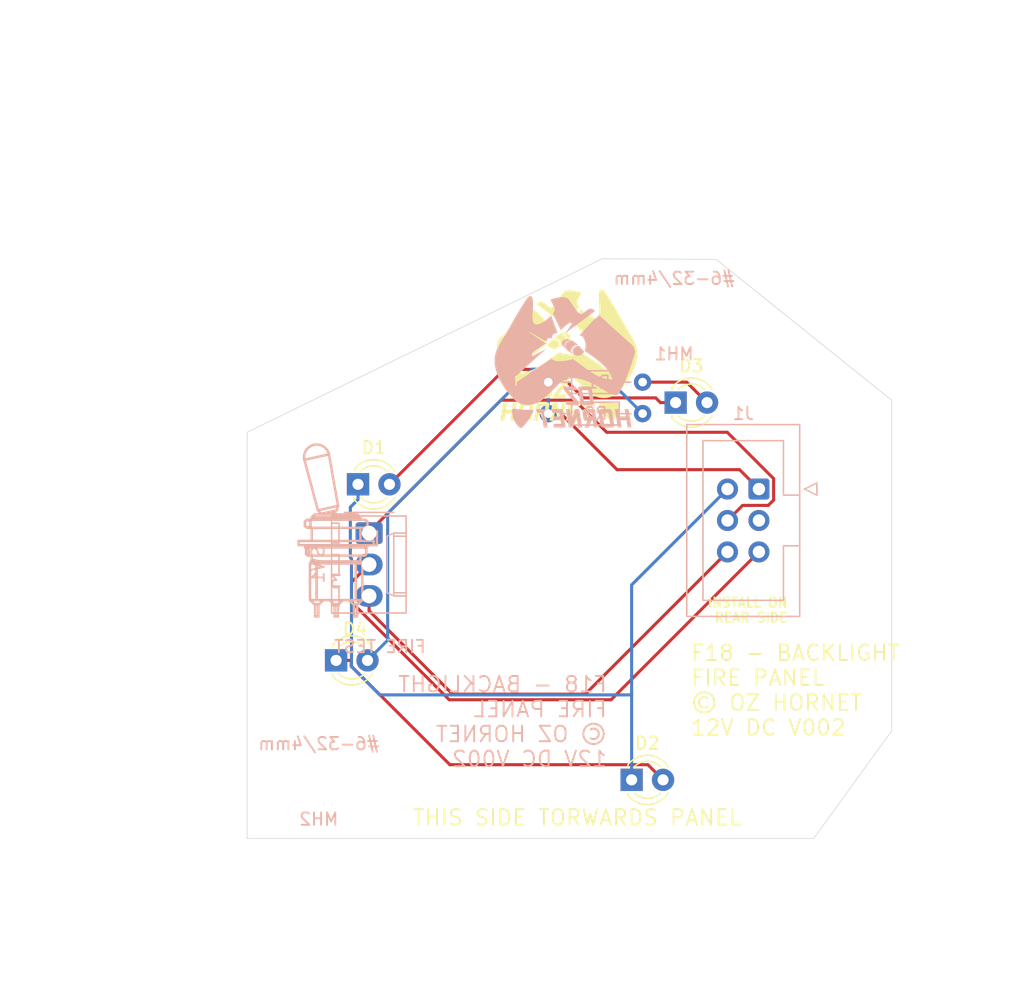
<source format=kicad_pcb>
(kicad_pcb (version 20240108) (generator "pcbnew") (generator_version "8.0")
  (layers (0 "F.Cu" signal) (31 "B.Cu" signal) (34 "B.Paste" user) (35 "F.Paste" user) (36 "B.SilkS" user "B.Silkscreen") (37 "F.SilkS" user "F.Silkscreen") (38 "B.Mask" user) (39 "F.Mask" user) (44 "Edge.Cuts" user))
  (net 0 "")
  (net 1 "/BACKLIGHT_GND")
  (net 2 "Net-(D1-A)")
  (net 3 "Net-(D2-A)")
  (net 4 "Net-(D3-A)")
  (net 5 "Net-(D4-A)")
  (net 6 "/TEST_A")
  (net 7 "/TEST_B")
  (net 8 "/COM")
  (net 10 "/BACKLIGHT_12V")
  (footprint "LED_THT:LED_D3.0mm_FlatTop" (layer "F.Cu") (at 168.529 52.451)
    (property "Reference" "D3")
    (property "Value" "LED")
  )
  (footprint "LED_THT:LED_D3.0mm_FlatTop" (layer "F.Cu") (at 141.097 73.279)
    (property "Reference" "D4")
    (property "Value" "LED")
  )
  (footprint "LED_THT:LED_D3.0mm_FlatTop" (layer "F.Cu") (at 164.973 82.931)
    (property "Reference" "D2")
    (property "Value" "LED")
  )
  (footprint "OH_Footprints:100SPX_Toggle_13mm_x_18mm" (layer "F.Cu") (at 155.321 66.548 180)
    (property "Reference" "MH3" (hide yes))
    (property "Value" "Switch_100SPx" (hide yes))
  )
  (footprint "LED_THT:LED_D3.0mm_FlatTop" (layer "F.Cu") (at 142.87 59.055)
    (property "Reference" "D1")
    (property "Value" "LED")
  )
  (footprint "OH_Footprints:MountingHole_6-32_PHS" (layer "B.Cu") (at 168.402 45.466 180)
    (property "Reference" "MH1")
    (property "Value" "6x32 / 4mm" (hide yes))
  )
  (footprint "Resistor_THT:R_Axial_DIN0204_L3.6mm_D1.6mm_P7.62mm_Horizontal" (layer "B.Cu") (at 165.862 53.34 180)
    (property "Reference" "R2")
    (property "Value" "R")
  )
  (footprint "OH_Footprints:100SP3_Toggle_Silkscreen" (layer "B.Cu") (at 140.589 64.135 180)
    (property "Reference" "LOGO3" (hide yes))
    (property "Value" "LOGO" (hide yes))
  )
  (footprint "Resistor_THT:R_Axial_DIN0204_L3.6mm_D1.6mm_P7.62mm_Horizontal" (layer "B.Cu") (at 165.862 50.8 180)
    (property "Reference" "R1")
    (property "Value" "R")
  )
  (footprint "Connector_IDC:IDC-Header_2x03_P2.54mm_Vertical" (layer "B.Cu") (at 175.26 59.436 180)
    (property "Reference" "J1")
    (property "Value" "FIRE")
  )
  (footprint "OH_Footprints:MountingHole_6-32_PHS" (layer "B.Cu") (at 139.7 83.058 180)
    (property "Reference" "MH2")
    (property "Value" "6x32 / 4mm" (hide yes))
  )
  (footprint "Connector_Molex:Molex_KK-254_AE-6410-03A_1x03_P2.54mm_Vertical" (layer "B.Cu") (at 143.764 62.992 -90)
    (property "Reference" "SW1")
    (property "Value" "FIRE")
  )
  (gr_poly (pts (xy 158.499094 53.277489) (xy 159.145736 53.277489) (xy 159.192567 53.570647) (xy 158.673719 53.570647) (xy 158.720815 53.870949) (xy 159.239927 53.870949) (xy 159.286759 54.166224) (xy 158.640381 54.166224) (xy 158.687477 54.466526) (xy 159.644475 54.466526) (xy 159.40926 52.977186) (xy 158.451998 52.977186)) (stroke (width -0.000001)) (fill solid) (layer "B.SilkS"))
  (gr_poly (pts (xy 155.460507 52.945222) (xy 155.445977 52.946514) (xy 155.432159 52.948511) (xy 155.419051 52.951222) (xy 155.406652 52.954656) (xy 155.394957 52.958822) (xy 155.383965 52.963728) (xy 155.373673 52.969384) (xy 155.364079 52.975798) (xy 155.35518 52.98298) (xy 155.346974 52.990938) (xy 155.339459 52.999681) (xy 155.332631 53.009218) (xy 155.326489 53.019559) (xy 155.32103 53.030711) (xy 155.316251 53.042684) (xy 155.31215 53.055487) (xy 155.308725 53.069129) (xy 155.305973 53.083619) (xy 155.303892 53.098964) (xy 155.302478 53.115176) (xy 155.30173 53.132262) (xy 155.301646 53.150231) (xy 155.302222 53.169092) (xy 155.303457 53.188854) (xy 155.311611 53.273507) (xy 155.32289 53.356988) (xy 155.33731 53.439265) (xy 155.354889 53.520307) (xy 155.375645 53.600082) (xy 155.399595 53.678559) (xy 155.426756 53.755707) (xy 155.457147 53.831494) (xy 155.490783 53.905889) (xy 155.527683 53.97886) (xy 155.567865 54.050376) (xy 155.611345 54.120406) (xy 155.658141 54.188918) (xy 155.708271 54.255882) (xy 155.761751 54.321264) (xy 155.8186 54.385035) (xy 155.831993 54.399051) (xy 155.845241 54.412131) (xy 155.858353 54.424276) (xy 155.871338 54.43549) (xy 155.884208 54.445774) (xy 155.89697 54.455132) (xy 155.909636 54.463566) (xy 155.922213 54.471078) (xy 155.934713 54.477671) (xy 155.947145 54.483348) (xy 155.959518 54.488111) (xy 155.971842 54.491963) (xy 155.984126 54.494906) (xy 155.996381 54.496943) (xy 156.008616 54.498077) (xy 156.020841 54.498309) (xy 156.033064 54.497644) (xy 156.045297 54.496082) (xy 156.057548 54.493627) (xy 156.069827 54.490281) (xy 156.082144 54.486048) (xy 156.094509 54.480928) (xy 156.10693 54.474926) (xy 156.119419 54.468044) (xy 156.131983 54.460283) (xy 156.144634 54.451647) (xy 156.15738 54.442139) (xy 156.170232 54.43176) (xy 156.183198 54.420514) (xy 156.196289 54.408403) (xy 156.222883 54.381595) (xy 156.289573 54.308415) (xy 156.354887 54.232081) (xy 156.418654 54.153242) (xy 156.480699 54.072546) (xy 156.540852 53.99064) (xy 156.59894 53.908173) (xy 156.708229 53.744148) (xy 156.807186 53.585654) (xy 156.894433 53.437876) (xy 156.968589 53.305998) (xy 157.028275 53.195203) (xy 157.031446 53.188642) (xy 157.034118 53.182018) (xy 157.036304 53.17535) (xy 157.038014 53.168653) (xy 157.039257 53.161948) (xy 157.040046 53.15525) (xy 157.04039 53.148579) (xy 157.040301 53.141952) (xy 157.039789 53.135386) (xy 157.038865 53.1289) (xy 157.03754 53.12251) (xy 157.035824 53.116236) (xy 157.033727 53.110095) (xy 157.031262 53.104104) (xy 157.028438 53.098281) (xy 157.025266 53.092644) (xy 157.021756 53.087212) (xy 157.017921 53.082) (xy 157.013769 53.077029) (xy 157.009313 53.072314) (xy 157.004562 53.067875) (xy 156.999527 53.063728) (xy 156.99422 53.059892) (xy 156.98865 53.056384) (xy 156.982828 53.053222) (xy 156.976766 53.050424) (xy 156.970474 53.048008) (xy 156.963962 53.045991) (xy 156.957242 53.044392) (xy 156.950324 53.043227) (xy 156.943218 53.042516) (xy 156.935936 53.042274) (xy 156.645353 53.039856) (xy 156.469885 53.035693) (xy 156.284697 53.028682) (xy 156.097587 53.01816) (xy 155.916352 53.003468) (xy 155.74879 52.983945) (xy 155.672574 52.972165) (xy 155.602701 52.958931) (xy 155.6027 52.959196) (xy 155.562792 52.951775) (xy 155.525804 52.946926) (xy 155.508398 52.945487) (xy 155.491715 52.944717) (xy 155.475753 52.944626)) (stroke (width -0.000001)) (fill solid) (layer "B.SilkS"))
  (gr_poly (pts (xy 162.484317 52.977582) (xy 162.470689 52.978154) (xy 162.457186 52.979048) (xy 162.443853 52.980318) (xy 162.430737 52.982016) (xy 162.417883 52.984196) (xy 162.405336 52.986912) (xy 162.393143 52.990216) (xy 162.381349 52.994164) (xy 162.37 52.998807) (xy 162.359141 53.0042) (xy 162.348819 53.010397) (xy 162.33908 53.017449) (xy 162.329968 53.025412) (xy 162.325661 53.029751) (xy 162.321529 53.034338) (xy 162.321529 53.034337) (xy 162.315331 53.042201) (xy 162.309731 53.050527) (xy 162.304726 53.059338) (xy 162.300313 53.068655) (xy 162.29649 53.0785) (xy 162.293252 53.088897) (xy 162.290598 53.099866) (xy 162.288523 53.11143) (xy 162.287025 53.123612) (xy 162.2861 53.136432) (xy 162.285746 53.149914) (xy 162.28596 53.164078) (xy 162.286737 53.178949) (xy 162.288076 53.194546) (xy 162.289973 53.210894) (xy 162.292425 53.228013) (xy 162.451175 54.22708) (xy 162.454317 54.245364) (xy 162.457837 54.262729) (xy 162.461736 54.279195) (xy 162.466011 54.294786) (xy 162.470663 54.309523) (xy 162.475689 54.323429) (xy 162.481091 54.336527) (xy 162.486865 54.348837) (xy 162.493012 54.360384) (xy 162.499531 54.371188) (xy 162.50642 54.381273) (xy 162.513678 54.39066) (xy 162.521306 54.399372) (xy 162.529301 54.407431) (xy 162.537664 54.41486) (xy 162.546392 54.42168) (xy 162.555486 54.427915) (xy 162.564943 54.433585) (xy 162.574764 54.438714) (xy 162.584947 54.443324) (xy 162.595492 54.447438) (xy 162.606397 54.451076) (xy 162.617662 54.454262) (xy 162.629285 54.457019) (xy 162.653604 54.46133) (xy 162.679347 54.464189) (xy 162.706505 54.465774) (xy 162.735073 54.466263) (xy 163.338323 54.466263) (xy 163.36598 54.465868) (xy 163.379719 54.465293) (xy 163.393336 54.464394) (xy 163.406784 54.463117) (xy 163.420016 54.461407) (xy 163.432985 54.459211) (xy 163.445645 54.456473) (xy 163.457948 54.45314) (xy 163.469847 54.449158) (xy 163.481297 54.444471) (xy 163.492249 54.439027) (xy 163.502656 54.43277) (xy 163.512473 54.425647) (xy 163.521652 54.417603) (xy 163.525987 54.413219) (xy 163.530146 54.408584) (xy 163.536304 54.400793) (xy 163.54188 54.392493) (xy 163.546876 54.38367) (xy 163.551292 54.374312) (xy 163.55513 54.364405) (xy 163.558391 54.353936) (xy 163.561076 54.342892) (xy 163.563186 54.33126) (xy 163.564722 54.319026) (xy 163.565686 54.306177) (xy 163.566079 54.2927) (xy 163.565902 54.278583) (xy 163.565156 54.263811) (xy 163.563842 54.248372) (xy 163.561961 54.232252) (xy 163.559515 54.215439) (xy 163.551611 54.165697) (xy 163.240427 54.165697) (xy 162.780317 54.165697) (xy 162.773975 54.165684) (xy 162.766691 54.165597) (xy 162.762989 54.165503) (xy 162.759406 54.165362) (xy 162.756059 54.165165) (xy 162.753064 54.164903) (xy 162.752655 54.16325) (xy 162.752217 54.161257) (xy 162.751748 54.158903) (xy 162.751246 54.156172) (xy 162.750706 54.153043) (xy 162.750125 54.149499) (xy 162.749501 54.145521) (xy 162.748831 54.14109) (xy 162.613629 53.292572) (xy 162.612604 53.283774) (xy 162.612178 53.280145) (xy 162.611777 53.276961) (xy 162.627387 53.276961) (xy 162.627388 53.277489) (xy 163.070036 53.277489) (xy 163.07665 53.277506) (xy 163.084455 53.277622) (xy 163.08837 53.277748) (xy 163.092062 53.277936) (xy 163.095357 53.278199) (xy 163.096801 53.278362) (xy 163.098082 53.278548) (xy 163.098526 53.279834) (xy 163.099061 53.281545) (xy 163.099677 53.283734) (xy 163.100363 53.286452) (xy 163.100731 53.288027) (xy 163.101112 53.289754) (xy 163.101507 53.29164) (xy 163.101914 53.293692) (xy 163.102331 53.295915) (xy 163.102759 53.298317) (xy 163.103194 53.300905) (xy 163.103638 53.303684) (xy 163.23884 54.150616) (xy 163.239385 54.155241) (xy 163.239832 54.159247) (xy 163.240179 54.162707) (xy 163.240427 54.165697) (xy 163.551611 54.165697) (xy 163.400765 53.216372) (xy 163.397621 53.198087) (xy 163.394094 53.180722) (xy 163.390184 53.164256) (xy 163.385893 53.148665) (xy 163.381221 53.133928) (xy 163.37617 53.120022) (xy 163.370741 53.106924) (xy 163.364934 53.094614) (xy 163.358751 53.083067) (xy 163.352193 53.072263) (xy 163.345261 53.062178) (xy 163.337955 53.052791) (xy 163.330277 53.044079) (xy 163.322227 53.036019) (xy 163.313808 53.028591) (xy 163.305019 53.02177) (xy 163.295862 53.015536) (xy 163.286337 53.009865) (xy 163.276447 53.004736) (xy 163.266192 53.000126) (xy 163.255572 52.996013) (xy 163.244589 52.992374) (xy 163.233244 52.989188) (xy 163.221538 52.986432) (xy 163.197048 52.98212) (xy 163.171125 52.979261) (xy 163.143778 52.977677) (xy 163.115015 52.977188) (xy 162.511765 52.977188)) (stroke (width -0.000001)) (fill solid) (layer "B.SilkS"))
  (gr_poly (pts (xy 159.509273 51.440751) (xy 160.274448 52.33716) (xy 159.653735 52.33716) (xy 159.700831 52.637462) (xy 160.714979 52.637462) (xy 160.66947 52.344568) (xy 159.8953 51.448424) (xy 160.527125 51.448424) (xy 160.480029 51.148121) (xy 159.463765 51.148121)) (stroke (width -0.000001)) (fill solid) (layer "B.SilkS"))
  (gr_poly (pts (xy 161.197648 52.977317) (xy 161.184021 52.977889) (xy 161.170517 52.978784) (xy 161.157185 52.980053) (xy 161.144068 52.981751) (xy 161.131214 52.983931) (xy 161.118667 52.986647) (xy 161.106474 52.989952) (xy 161.09468 52.993899) (xy 161.083331 52.998543) (xy 161.072473 53.003936) (xy 161.062151 53.010132) (xy 161.052411 53.017185) (xy 161.043299 53.025147) (xy 161.038992 53.029487) (xy 161.03486 53.034073) (xy 161.03539 53.034337) (xy 161.029191 53.042201) (xy 161.023591 53.050527) (xy 161.018586 53.059338) (xy 161.014174 53.068655) (xy 161.01035 53.0785) (xy 161.007113 53.088897) (xy 161.004458 53.099866) (xy 161.002383 53.11143) (xy 161.000885 53.123612) (xy 160.99996 53.136432) (xy 160.999606 53.149914) (xy 160.99982 53.164078) (xy 161.000597 53.178949) (xy 161.001936 53.194546) (xy 161.003833 53.210894) (xy 161.006285 53.228013) (xy 161.078781 53.684419) (xy 161.081925 53.702704) (xy 161.085452 53.720068) (xy 161.089362 53.736535) (xy 161.093653 53.752125) (xy 161.098325 53.766863) (xy 161.103376 53.780769) (xy 161.108805 53.793866) (xy 161.114612 53.806177) (xy 161.120795 53.817723) (xy 161.127353 53.828528) (xy 161.134286 53.838612) (xy 161.141592 53.847999) (xy 161.14927 53.856712) (xy 161.157319 53.864771) (xy 161.165739 53.872199) (xy 161.174528 53.87902) (xy 161.183685 53.885254) (xy 161.193209 53.890925) (xy 161.203099 53.896054) (xy 161.213355 53.900664) (xy 161.223974 53.904777) (xy 161.234957 53.908416) (xy 161.246302 53.911602) (xy 161.258008 53.914358) (xy 161.282499 53.91867) (xy 161.308422 53.921529) (xy 161.335769 53.923114) (xy 161.364531 53.923602) (xy 161.402896 53.923602) (xy 161.183556 54.466263) (xy 161.509258 54.466263) (xy 161.728598 53.923602) (xy 161.837606 53.923602) (xy 161.921743 54.466263) (xy 162.232894 54.466263) (xy 162.099805 53.623564) (xy 161.788658 53.623564) (xy 161.407658 53.623564) (xy 161.401316 53.623552) (xy 161.394032 53.623465) (xy 161.390331 53.62337) (xy 161.386748 53.623229) (xy 161.3834 53.623032) (xy 161.380406 53.622771) (xy 161.379997 53.621118) (xy 161.379559 53.619124) (xy 161.37909 53.616771) (xy 161.378587 53.614039) (xy 161.378047 53.610911) (xy 161.377467 53.607367) (xy 161.376843 53.603389) (xy 161.376173 53.598958) (xy 161.327224 53.2931) (xy 161.326199 53.284302) (xy 161.325773 53.280673) (xy 161.325372 53.277489) (xy 161.733889 53.277489) (xy 161.788658 53.623564) (xy 162.099805 53.623564) (xy 161.997679 52.976923) (xy 161.225096 52.976923)) (stroke (width -0.000001)) (fill solid) (layer "B.SilkS"))
  (gr_poly (pts (xy 159.23232 43.932803) (xy 159.120528 43.946599) (xy 159.008514 43.965806) (xy 158.897727 43.989077) (xy 158.789614 44.015063) (xy 158.412839 44.119202) (xy 158.553565 44.407399) (xy 158.622799 44.547529) (xy 158.693297 44.685675) (xy 158.710528 44.721232) (xy 158.725018 44.756556) (xy 158.736774 44.79163) (xy 158.745801 44.826437) (xy 158.752105 44.86096) (xy 158.755694 44.895183) (xy 158.756572 44.929088) (xy 158.754747 44.96266) (xy 158.750224 44.995882) (xy 158.74301 45.028736) (xy 158.733111 45.061207) (xy 158.720533 45.093278) (xy 158.705282 45.124931) (xy 158.687365 45.156151) (xy 158.666788 45.18692) (xy 158.643556 45.217222) (xy 158.625308 45.238153) (xy 158.606712 45.259258) (xy 158.568679 45.301889) (xy 158.587332 45.302253) (xy 158.596658 45.302373) (xy 158.605985 45.302418) (xy 158.606563 45.302437) (xy 158.607155 45.302494) (xy 158.607759 45.302587) (xy 158.608374 45.302714) (xy 158.608999 45.302874) (xy 158.609631 45.303067) (xy 158.61027 45.30329) (xy 158.610913 45.303543) (xy 158.612207 45.30413) (xy 158.613501 45.304818) (xy 158.614782 45.305596) (xy 158.616039 45.306453) (xy 158.617258 45.307378) (xy 158.618428 45.308361) (xy 158.619536 45.30939) (xy 158.62057 45.310455) (xy 158.621517 45.311545) (xy 158.622364 45.312648) (xy 158.6231 45.313755) (xy 158.623422 45.314306) (xy 158.623712 45.314854) (xy 158.865277 45.800893) (xy 159.008416 46.091141) (xy 159.166373 46.411552) (xy 159.213402 46.507992) (xy 159.260829 46.60602) (xy 159.273525 46.595251) (xy 159.2858 46.584953) (xy 159.291771 46.57988) (xy 159.297627 46.574804) (xy 159.303366 46.569684) (xy 159.308983 46.564481) (xy 159.33731 46.53756) (xy 159.365538 46.51044) (xy 159.421696 46.456002) (xy 159.515854 46.365349) (xy 159.539278 46.342585) (xy 159.562525 46.319638) (xy 159.585529 46.296437) (xy 159.608227 46.27291) (xy 159.625535 46.255346) (xy 159.643302 46.238436) (xy 159.661493 46.222127) (xy 159.68007 46.206367) (xy 159.698998 46.191104) (xy 159.718239 46.176284) (xy 159.757518 46.147762) (xy 159.797616 46.120382) (xy 159.838241 46.093721) (xy 159.919906 46.040871) (xy 159.922363 46.039266) (xy 159.924866 46.037718) (xy 159.929969 46.034748) (xy 159.940279 46.028998) (xy 159.945326 46.026037) (xy 159.947787 46.024496) (xy 159.950193 46.0229) (xy 159.952533 46.021237) (xy 159.954799 46.019496) (xy 159.95698 46.017666) (xy 159.959065 46.015735) (xy 159.961126 46.01382) (xy 159.963192 46.012041) (xy 159.965264 46.010395) (xy 159.967342 46.008879) (xy 159.969426 46.00749) (xy 159.971517 46.006224) (xy 159.973615 46.005077) (xy 159.975721 46.004048) (xy 159.977835 46.003132) (xy 159.979958 46.002327) (xy 159.982089 46.001628) (xy 159.984231 46.001034) (xy 159.986382 46.00054) (xy 159.988543 46.000143) (xy 159.992898 45.999629) (xy 159.9973 45.999465) (xy 160.001752 45.999625) (xy 160.006257 46.000084) (xy 160.01082 46.000815) (xy 160.015442 46.001793) (xy 160.020129 46.002991) (xy 160.024883 46.004384) (xy 160.029708 46.005946) (xy 160.044229 46.010592) (xy 160.058808 46.015037) (xy 160.088082 46.023507) (xy 160.146654 46.040077) (xy 160.147443 46.04034) (xy 160.148225 46.040634) (xy 160.149009 46.040959) (xy 160.1498 46.041313) (xy 160.15143 46.042109) (xy 160.153169 46.04302) (xy 160.157184 46.045174) (xy 160.159564 46.046411) (xy 160.162264 46.04775) (xy 159.637331 46.824831) (xy 159.641565 46.829594) (xy 159.723056 46.769269) (xy 160.221796 46.397794) (xy 160.649627 46.080029) (xy 161.145721 45.712523) (xy 161.523546 45.431535) (xy 161.991065 45.085196) (xy 161.990535 45.085195) (xy 162.006046 45.073554) (xy 162.013864 45.067708) (xy 162.021756 45.061912) (xy 161.986302 45.027748) (xy 161.950848 44.993385) (xy 161.91973 44.965034) (xy 161.888924 44.939828) (xy 161.858336 44.91779) (xy 161.827874 44.898945) (xy 161.812662 44.890728) (xy 161.797447 44.883319) (xy 161.782217 44.876721) (xy 161.766961 44.870937) (xy 161.751668 44.865969) (xy 161.736325 44.861822) (xy 161.720922 44.858498) (xy 161.705447 44.856) (xy 161.689888 44.854332) (xy 161.674233 44.853496) (xy 161.658472 44.853496) (xy 161.642593 44.854334) (xy 161.626583 44.856014) (xy 161.610433 44.858539) (xy 161.594129 44.861913) (xy 161.577661 44.866137) (xy 161.561017 44.871215) (xy 161.544186 44.877151) (xy 161.527155 44.883947) (xy 161.509914 44.891607) (xy 161.474755 44.90953) (xy 161.438614 44.930943) (xy 161.393625 44.960754) (xy 161.351545 44.990442) (xy 161.275348 45.048763) (xy 161.208488 45.10454) (xy 161.149429 45.156401) (xy 161.096634 45.20298) (xy 161.048568 45.242906) (xy 161.025829 45.259946) (xy 161.003695 45.27481) (xy 160.981976 45.287327) (xy 160.960479 45.297325) (xy 160.939012 45.304633) (xy 160.917384 45.309081) (xy 160.895402 45.310496) (xy 160.872874 45.308708) (xy 160.849608 45.303546) (xy 160.825412 45.294839) (xy 160.800095 45.282415) (xy 160.773464 45.266104) (xy 160.745328 45.245734) (xy 160.715493 45.221135) (xy 160.683769 45.192134) (xy 160.649963 45.158561) (xy 160.613884 45.120246) (xy 160.575338 45.077016) (xy 160.490083 44.975129) (xy 160.349668 44.778998) (xy 160.212105 44.580833) (xy 160.077271 44.380784) (xy 159.945041 44.178997) (xy 159.917644 44.137878) (xy 159.887116 44.100976) (xy 159.853638 44.068123) (xy 159.817391 44.03915) (xy 159.778557 44.013888) (xy 159.737316 43.992171) (xy 159.693848 43.973827) (xy 159.648336 43.958691) (xy 159.600959 43.946591) (xy 159.551899 43.937362) (xy 159.501337 43.930833) (xy 159.449453 43.926836) (xy 159.342444 43.925766)) (stroke (width -0.000001)) (fill solid) (layer "B.SilkS"))
  (gr_poly (pts (xy 160.852102 51.148781) (xy 160.838474 51.149353) (xy 160.824971 51.150247) (xy 160.811639 51.151517) (xy 160.798522 51.153215) (xy 160.785668 51.155395) (xy 160.773121 51.15811) (xy 160.760928 51.161415) (xy 160.749134 51.165363) (xy 160.737785 51.170006) (xy 160.726927 51.175399) (xy 160.716605 51.181595) (xy 160.706865 51.188648) (xy 160.697753 51.19661) (xy 160.693447 51.20095) (xy 160.689314 51.205537) (xy 160.683116 51.2134) (xy 160.677516 51.221726) (xy 160.672511 51.230537) (xy 160.668098 51.239854) (xy 160.664275 51.2497) (xy 160.661037 51.260096) (xy 160.658382 51.271066) (xy 160.656308 51.28263) (xy 160.654809 51.294811) (xy 160.653885 51.307632) (xy 160.653531 51.321113) (xy 160.653744 51.335278) (xy 160.654522 51.350148) (xy 160.655861 51.365746) (xy 160.657758 51.382093) (xy 160.66021 51.399212) (xy 160.81896 52.398279) (xy 160.822101 52.416563) (xy 160.825622 52.433928) (xy 160.82952 52.450394) (xy 160.833796 52.465985) (xy 160.838447 52.480723) (xy 160.843474 52.494629) (xy 160.848875 52.507726) (xy 160.85465 52.520037) (xy 160.860797 52.531583) (xy 160.867315 52.542388) (xy 160.874204 52.552472) (xy 160.881463 52.56186) (xy 160.889091 52.570572) (xy 160.897086 52.578631) (xy 160.905448 52.58606) (xy 160.914177 52.59288) (xy 160.92327 52.599114) (xy 160.932728 52.604785) (xy 160.942549 52.609914) (xy 160.952732 52.614524) (xy 160.963277 52.618637) (xy 160.974182 52.622276) (xy 160.985447 52.625462) (xy 160.99707 52.628219) (xy 161.021389 52.63253) (xy 161.047131 52.635389) (xy 161.07429 52.636974) (xy 161.102858 52.637462) (xy 161.706108 52.637462) (xy 161.733764 52.637068) (xy 161.747503 52.636493) (xy 161.76112 52.635594) (xy 161.774568 52.634317) (xy 161.7878 52.632607) (xy 161.80077 52.63041) (xy 161.813429 52.627673) (xy 161.825732 52.62434) (xy 161.837632 52.620358) (xy 161.849081 52.615671) (xy 161.860033 52.610227) (xy 161.870441 52.60397) (xy 161.880258 52.596847) (xy 161.889437 52.588803) (xy 161.893772 52.584418) (xy 161.897931 52.579783) (xy 161.904089 52.571992) (xy 161.909665 52.563692) (xy 161.914661 52.554869) (xy 161.919077 52.545511) (xy 161.922915 52.535604) (xy 161.926176 52.525135) (xy 161.928861 52.514091) (xy 161.930971 52.502458) (xy 161.932508 52.490224) (xy 161.933472 52.477376) (xy 161.933864 52.463899) (xy 161.933687 52.449781) (xy 161.932941 52.43501) (xy 161.931627 52.41957) (xy 161.929746 52.403451) (xy 161.9273 52.386637) (xy 161.919354 52.336631) (xy 161.607948 52.336631) (xy 161.590485 52.336631) (xy 161.590485 52.33716) (xy 161.147838 52.33716) (xy 161.141496 52.337147) (xy 161.134212 52.33706) (xy 161.130511 52.336966) (xy 161.126927 52.336825) (xy 161.12358 52.336628) (xy 161.120585 52.336365) (xy 161.120176 52.334713) (xy 161.119738 52.332719) (xy 161.119269 52.330366) (xy 161.118767 52.327634) (xy 161.118227 52.324506) (xy 161.117646 52.320962) (xy 161.117022 52.316984) (xy 161.116352 52.312553) (xy 160.98115 51.464034) (xy 160.980125 51.455237) (xy 160.979699 51.451607) (xy 160.979298 51.448424) (xy 161.437556 51.448424) (xy 161.44417 51.448441) (xy 161.451976 51.448557) (xy 161.455891 51.448683) (xy 161.459582 51.448871) (xy 161.462877 51.449133) (xy 161.464321 51.449296) (xy 161.465601 51.449483) (xy 161.466046 51.450769) (xy 161.466581 51.45248) (xy 161.467197 51.454668) (xy 161.467883 51.457387) (xy 161.468251 51.458961) (xy 161.468632 51.460688) (xy 161.469027 51.462574) (xy 161.469434 51.464626) (xy 161.469851 51.466849) (xy 161.470279 51.469252) (xy 161.470715 51.471839) (xy 161.471158 51.474618) (xy 161.60636 52.32155) (xy 161.606906 52.326176) (xy 161.607352 52.330182) (xy 161.6077 52.333642) (xy 161.607948 52.336631) (xy 161.919354 52.336631) (xy 161.76855 51.38757) (xy 161.765406 51.369285) (xy 161.761879 51.351921) (xy 161.757969 51.335454) (xy 161.753678 51.319864) (xy 161.749006 51.305126) (xy 161.743955 51.29122) (xy 161.738526 51.278123) (xy 161.732719 51.265812) (xy 161.726537 51.254266) (xy 161.719978 51.243462) (xy 161.713046 51.233377) (xy 161.70574 51.22399) (xy 161.698062 51.215278) (xy 161.690012 51.207218) (xy 161.681593 51.19979) (xy 161.672804 51.192969) (xy 161.663647 51.186735) (xy 161.654123 51.181064) (xy 161.644232 51.175935) (xy 161.633977 51.171325) (xy 161.623357 51.167212) (xy 161.612374 51.163573) (xy 161.601029 51.160387) (xy 161.589324 51.157631) (xy 161.564833 51.153319) (xy 161.53891 51.15046) (xy 161.511562 51.148876) (xy 161.4828 51.148387) (xy 160.87955 51.148387)) (stroke (width -0.000001)) (fill solid) (layer "B.SilkS"))
  (gr_poly (pts (xy 164.509369 53.570647) (xy 164.023065 53.570647) (xy 163.929138 52.977187) (xy 163.618252 52.977187) (xy 163.853467 54.466527) (xy 164.164352 54.466527) (xy 164.070425 53.870949) (xy 164.556729 53.870949) (xy 164.650656 54.466527) (xy 164.961542 54.466527) (xy 164.726327 52.977187) (xy 164.415442 52.977187)) (stroke (width -0.000001)) (fill solid) (layer "B.SilkS"))
  (gr_poly (pts (xy 160.109348 47.438928) (xy 160.099823 47.439239) (xy 160.090298 47.439425) (xy 160.071248 47.439722) (xy 160.056099 47.440315) (xy 160.04102 47.441213) (xy 160.026017 47.442436) (xy 160.011096 47.444005) (xy 159.996266 47.44594) (xy 159.981532 47.448261) (xy 159.966902 47.450989) (xy 159.952384 47.454142) (xy 159.937983 47.457742) (xy 159.923706 47.461809) (xy 159.909562 47.466362) (xy 159.895556 47.471423) (xy 159.881696 47.47701) (xy 159.867989 47.483145) (xy 159.854441 47.489847) (xy 159.84106 47.497137) (xy 159.823901 47.507489) (xy 159.807436 47.518488) (xy 159.791642 47.530109) (xy 159.776502 47.542331) (xy 159.761994 47.555129) (xy 159.748099 47.568481) (xy 159.734795 47.582363) (xy 159.722064 47.596752) (xy 159.709884 47.611625) (xy 159.698237 47.626958) (xy 159.687101 47.642729) (xy 159.676456 47.658913) (xy 159.666283 47.675488) (xy 159.656561 47.69243) (xy 159.64727 47.709717) (xy 159.638389 47.727324) (xy 159.630497 47.744456) (xy 159.623525 47.761611) (xy 159.617456 47.778774) (xy 159.61227 47.795929) (xy 159.607948 47.813061) (xy 159.604473 47.830153) (xy 159.601826 47.847191) (xy 159.599988 47.864159) (xy 159.598939 47.881042) (xy 159.598663 47.897823) (xy 159.599139 47.914487) (xy 159.60035 47.931019) (xy 159.602276 47.947403) (xy 159.6049 47.963624) (xy 159.608201 47.979665) (xy 159.612163 47.995512) (xy 159.616765 48.01115) (xy 159.62199 48.026561) (xy 159.627818 48.041732) (xy 159.634232 48.056645) (xy 159.641212 48.071287) (xy 159.64874 48.08564) (xy 159.656797 48.09969) (xy 159.665364 48.113422) (xy 159.683956 48.139865) (xy 159.704366 48.164846) (xy 159.726445 48.188241) (xy 159.750044 48.209924) (xy 159.750309 48.210189) (xy 159.774368 48.230381) (xy 159.798808 48.250097) (xy 159.848734 48.288208) (xy 159.899899 48.324731) (xy 159.95212 48.359877) (xy 160.005208 48.393857) (xy 160.058978 48.426883) (xy 160.113245 48.459164) (xy 160.167821 48.490912) (xy 160.175957 48.49543) (xy 160.184093 48.499874) (xy 160.200365 48.508639) (xy 160.200037 48.507038) (xy 160.199651 48.505507) (xy 160.19921 48.504041) (xy 160.198719 48.502636) (xy 160.198182 48.501287) (xy 160.197602 48.499988) (xy 160.196984 48.498736) (xy 160.19633 48.497526) (xy 160.195645 48.496354) (xy 160.194934 48.495213) (xy 160.194199 48.494101) (xy 160.193444 48.493012) (xy 160.191893 48.490885) (xy 160.19031 48.488795) (xy 160.181982 48.478109) (xy 160.173977 48.46728) (xy 160.166314 48.4563) (xy 160.159011 48.445164) (xy 160.152088 48.433862) (xy 160.145564 48.42239) (xy 160.139458 48.410739) (xy 160.133789 48.398903) (xy 160.128575 48.386875) (xy 160.123837 48.374647) (xy 160.119592 48.362213) (xy 160.115859 48.349566) (xy 160.112659 48.336699) (xy 160.110009 48.323605) (xy 160.107929 48.310277) (xy 160.106438 48.296708) (xy 160.104854 48.270242) (xy 160.104754 48.244324) (xy 160.106123 48.218959) (xy 160.108943 48.194149) (xy 160.113199 48.169896) (xy 160.118874 48.146205) (xy 160.125952 48.123079) (xy 160.134417 48.100519) (xy 160.144253 48.07853) (xy 160.155442 48.057115) (xy 160.16797 48.036277) (xy 160.181819 48.016018) (xy 160.196973 47.996342) (xy 160.213417 47.977252) (xy 160.231133 47.958752) (xy 160.250106 47.940843) (xy 160.271386 47.922579) (xy 160.293157 47.905595) (xy 160.315421 47.889899) (xy 160.338179 47.875499) (xy 160.361434 47.862406) (xy 160.385186 47.850626) (xy 160.409438 47.840168) (xy 160.43419 47.831041) (xy 160.459445 47.823254) (xy 160.485203 47.816815) (xy 160.511467 47.811732) (xy 160.538238 47.808014) (xy 160.565517 47.80567) (xy 160.593306 47.804708) (xy 160.621607 47.805136) (xy 160.650421 47.806964) (xy 160.649126 47.805275) (xy 160.647998 47.803768) (xy 160.646121 47.801242) (xy 160.64531 47.800192) (xy 160.644923 47.799713) (xy 160.644542 47.799262) (xy 160.644165 47.798838) (xy 160.643787 47.798438) (xy 160.643404 47.79806) (xy 160.643013 47.797703) (xy 160.593202 47.752874) (xy 160.542727 47.708944) (xy 160.491496 47.666019) (xy 160.439416 47.624203) (xy 160.386392 47.583603) (xy 160.332334 47.544323) (xy 160.277146 47.50647) (xy 160.220738 47.470149) (xy 160.214132 47.466159) (xy 160.207508 47.462427) (xy 160.20086 47.458955) (xy 160.19418 47.455746) (xy 160.187463 47.452804) (xy 160.180703 47.450132) (xy 160.173893 47.447733) (xy 160.167027 47.445609) (xy 160.160099 47.443765) (xy 160.153103 47.442203) (xy 160.146033 47.440926) (xy 160.138882 47.439937) (xy 160.131644 47.43924) (xy 160.124313 47.438838) (xy 160.116883 47.438733)) (stroke (width -0.000001)) (fill solid) (layer "B.SilkS"))
  (gr_poly (pts (xy 157.324344 53.277489) (xy 157.690792 53.277489) (xy 157.878911 54.466526) (xy 158.189795 54.466526) (xy 158.001677 53.277489) (xy 158.36786 53.277489) (xy 158.320765 52.977186) (xy 157.277248 52.977186)) (stroke (width -0.000001)) (fill solid) (layer "B.SilkS"))
  (gr_poly (pts (xy 156.751205 43.8509) (xy 156.706671 43.869899) (xy 156.657615 43.900775) (xy 156.60384 43.944222) (xy 156.545147 44.000934) (xy 156.236774 44.465423) (xy 155.942488 44.939216) (xy 155.658415 45.419763) (xy 155.380682 45.904511) (xy 154.828749 46.876405) (xy 154.546803 47.358446) (xy 154.255707 47.834481) (xy 154.256235 47.833425) (xy 154.187225 47.954422) (xy 154.125969 48.075929) (xy 154.072353 48.197966) (xy 154.026263 48.320551) (xy 153.987582 48.443706) (xy 153.956198 48.567449) (xy 153.931994 48.691801) (xy 153.914857 48.816781) (xy 153.904671 48.94241) (xy 153.901322 49.068706) (xy 153.904694 49.195689) (xy 153.914675 49.32338) (xy 153.931148 49.451798) (xy 153.953999 49.580963) (xy 153.983113 49.710894) (xy 154.018375 49.841612) (xy 154.072378 50.014454) (xy 154.131717 50.181995) (xy 154.196281 50.344609) (xy 154.265955 50.502669) (xy 154.340625 50.656547) (xy 154.420178 50.806618) (xy 154.504501 50.953253) (xy 154.59348 51.096828) (xy 154.687001 51.237714) (xy 154.784951 51.376285) (xy 154.887216 51.512915) (xy 154.993683 51.647976) (xy 155.104238 51.781841) (xy 155.218767 51.914885) (xy 155.337158 52.04748) (xy 155.459295 52.179999) (xy 155.544744 52.26305) (xy 155.6377 52.337915) (xy 155.737454 52.40451) (xy 155.843296 52.462748) (xy 155.954519 52.512543) (xy 156.070411 52.553809) (xy 156.190265 52.58646) (xy 156.31337 52.61041) (xy 156.439018 52.625573) (xy 156.566499 52.631863) (xy 156.695104 52.629194) (xy 156.824123 52.617479) (xy 156.952849 52.596634) (xy 157.08057 52.566571) (xy 157.206578 52.527205) (xy 157.330164 52.478449) (xy 157.366544 52.462138) (xy 157.402819 52.445062) (xy 157.438938 52.427227) (xy 157.474845 52.408645) (xy 157.510488 52.389323) (xy 157.545811 52.36927) (xy 157.580761 52.348496) (xy 157.615285 52.327008) (xy 157.649328 52.304817) (xy 157.682837 52.281932) (xy 157.715757 52.25836) (xy 157.748035 52.234111) (xy 157.779617 52.209194) (xy 157.81045 52.183617) (xy 157.840478 52.15739) (xy 157.869648 52.130522) (xy 158.021706 51.986388) (xy 158.170963 51.847199) (xy 158.46387 51.576055) (xy 158.608913 51.440299) (xy 158.753948 51.301885) (xy 158.899671 51.158913) (xy 159.04678 51.009483) (xy 159.13529 50.917944) (xy 159.22672 50.836086) (xy 159.320887 50.76358) (xy 159.417607 50.700095) (xy 159.516699 50.645302) (xy 159.617978 50.59887) (xy 159.721263 50.560469) (xy 159.82637 50.529769) (xy 159.933118 50.506439) (xy 160.041322 50.490151) (xy 160.150801 50.480573) (xy 160.261371 50.477376) (xy 160.372849 50.480229) (xy 160.485054 50.488802) (xy 160.597802 50.502766) (xy 160.71091 50.52179) (xy 160.937475 50.573697) (xy 161.163289 50.641883) (xy 161.386887 50.723706) (xy 161.606809 50.816527) (xy 161.821592 50.917704) (xy 162.029773 51.024596) (xy 162.229891 51.134563) (xy 162.420482 51.244962) (xy 162.950541 51.56944) (xy 163.08587 51.645607) (xy 163.154572 51.681401) (xy 163.224116 51.715296) (xy 163.294614 51.747009) (xy 163.366176 51.77626) (xy 163.438917 51.802768) (xy 163.512946 51.826251) (xy 163.555531 51.836988) (xy 163.575902 51.841355) (xy 163.595684 51.845041) (xy 163.614898 51.848037) (xy 163.633564 51.850333) (xy 163.651702 51.851922) (xy 163.669331 51.852792) (xy 163.686473 51.852936) (xy 163.703145 51.852343) (xy 163.719369 51.851004) (xy 163.735165 51.84891) (xy 163.750552 51.846052) (xy 163.765551 51.842421) (xy 163.780181 51.838006) (xy 163.794463 51.8328) (xy 163.808416 51.826791) (xy 163.82206 51.819972) (xy 163.835415 51.812333) (xy 163.848502 51.803865) (xy 163.86134 51.794558) (xy 163.873949 51.784403) (xy 163.886349 51.77339) (xy 163.89856 51.761511) (xy 163.910602 51.748756) (xy 163.922495 51.735116) (xy 163.934259 51.720581) (xy 163.945914 51.705142) (xy 163.95748 51.68879) (xy 163.968976 51.671516) (xy 163.980424 51.65331) (xy 163.991842 51.634164) (xy 164.034542 51.559787) (xy 164.076467 51.484889) (xy 164.117537 51.40947) (xy 164.15767 51.333531) (xy 164.196786 51.25707) (xy 164.234804 51.180089) (xy 164.271644 51.102587) (xy 164.307225 51.024563) (xy 164.437351 50.725914) (xy 164.562019 50.425278) (xy 164.68123 50.122651) (xy 164.794985 49.81803) (xy 164.903282 49.511413) (xy 165.006122 49.202795) (xy 165.103505 48.892175) (xy 165.195432 48.579548) (xy 165.211541 48.515958) (xy 165.217916 48.484791) (xy 165.223176 48.454032) (xy 165.227325 48.423675) (xy 165.230366 48.393712) (xy 165.232303 48.364135) (xy 165.233139 48.334937) (xy 165.232878 48.306111) (xy 165.231523 48.277649) (xy 165.229078 48.249544) (xy 165.225546 48.221789) (xy 165.220931 48.194375) (xy 165.215237 48.167297) (xy 165.208467 48.140545) (xy 165.200624 48.114113) (xy 165.191712 48.087994) (xy 165.181735 48.06218) (xy 165.170696 48.036663) (xy 165.158599 48.011436) (xy 165.145447 47.986492) (xy 165.131244 47.961823) (xy 165.115993 47.937423) (xy 165.099698 47.913282) (xy 165.063989 47.865754) (xy 165.024146 47.819178) (xy 164.980198 47.773496) (xy 164.932171 47.728649) (xy 163.63148 46.561836) (xy 162.986318 45.972774) (xy 162.666487 45.675267) (xy 162.349044 45.37518) (xy 162.278698 45.447576) (xy 162.208551 45.520171) (xy 162.175469 45.554803) (xy 162.142537 45.589658) (xy 162.109803 45.62476) (xy 162.077317 45.660136) (xy 162.074529 45.663071) (xy 162.071713 45.665822) (xy 162.068863 45.668381) (xy 162.065969 45.670744) (xy 162.063024 45.672906) (xy 162.060021 45.674861) (xy 162.056949 45.676603) (xy 162.053802 45.678128) (xy 162.050572 45.679429) (xy 162.047249 45.680502) (xy 162.043827 45.68134) (xy 162.040296 45.681939) (xy 162.036649 45.682293) (xy 162.032878 45.682397) (xy 162.028974 45.682245) (xy 162.02493 45.681832) (xy 162.020392 45.681306) (xy 162.015998 45.681022) (xy 162.011739 45.680985) (xy 162.007604 45.681204) (xy 162.003581 45.681682) (xy 161.999662 45.682427) (xy 161.995834 45.683445) (xy 161.992088 45.684742) (xy 161.988414 45.686325) (xy 161.984801 45.688198) (xy 161.981237 45.69037) (xy 161.977714 45.692845) (xy 161.97422 45.695631) (xy 161.970746 45.698732) (xy 161.967279 45.702156) (xy 161.963811 45.705909) (xy 161.936882 45.736119) (xy 161.909708 45.766065) (xy 161.854836 45.825402) (xy 161.744471 45.943505) (xy 161.652297 46.043551) (xy 161.560321 46.143794) (xy 161.371673 46.348847) (xy 161.184878 46.552047) (xy 160.944901 46.812661) (xy 160.864666 46.901032) (xy 160.784034 46.990196) (xy 160.79095 47.001918) (xy 160.79445 47.007526) (xy 160.798036 47.01293) (xy 160.801751 47.018103) (xy 160.805637 47.023018) (xy 160.809738 47.027648) (xy 160.814097 47.031967) (xy 160.818757 47.035949) (xy 160.821213 47.037804) (xy 160.82376 47.039565) (xy 160.826404 47.041229) (xy 160.82915 47.042791) (xy 160.832004 47.044248) (xy 160.83497 47.045598) (xy 160.838055 47.046836) (xy 160.841263 47.04796) (xy 160.8446 47.048966) (xy 160.848072 47.04985) (xy 160.851683 47.05061) (xy 160.855439 47.051242) (xy 160.859346 47.051743) (xy 160.863409 47.052109) (xy 160.868719 47.052693) (xy 160.874032 47.053633) (xy 160.879342 47.054901) (xy 160.884646 47.056466) (xy 160.889939 47.058302) (xy 160.895216 47.060378) (xy 160.900475 47.062667) (xy 160.905709 47.06514) (xy 160.910916 47.067767) (xy 160.916091 47.070521) (xy 160.926326 47.076294) (xy 160.946224 47.088092) (xy 160.966069 47.100631) (xy 160.984858 47.114011) (xy 161.002638 47.128193) (xy 161.019455 47.143138) (xy 161.035358 47.158807) (xy 161.050394 47.175161) (xy 161.06461 47.192161) (xy 161.078052 47.209768) (xy 161.090769 47.227941) (xy 161.102808 47.246643) (xy 161.114216 47.265834) (xy 161.125041 47.285476) (xy 161.135329 47.305528) (xy 161.145127 47.325951) (xy 161.154484 47.346707) (xy 161.163447 47.367757) (xy 161.175965 47.399898) (xy 161.187197 47.432398) (xy 161.197245 47.465221) (xy 161.20621 47.498329) (xy 161.214196 47.531685) (xy 161.221304 47.565252) (xy 161.227637 47.598993) (xy 161.233297 47.63287) (xy 161.236079 47.652065) (xy 161.23834 47.671342) (xy 161.24018 47.69068) (xy 161.241697 47.710062) (xy 161.246526 47.787651) (xy 161.248332 47.816069) (xy 161.249866 47.844537) (xy 161.250383 47.858773) (xy 161.250656 47.873004) (xy 161.250624 47.887222) (xy 161.25023 47.901422) (xy 161.248057 47.943555) (xy 161.245095 47.985576) (xy 161.24103 48.027423) (xy 161.235546 48.069035) (xy 161.232172 48.089734) (xy 161.228324 48.11035) (xy 161.223964 48.130876) (xy 161.21905 48.151304) (xy 161.213545 48.171627) (xy 161.207408 48.191837) (xy 161.200599 48.211926) (xy 161.19308 48.231887) (xy 161.191012 48.236718) (xy 161.188789 48.241515) (xy 161.186429 48.246318) (xy 161.183952 48.251168) (xy 161.178718 48.261168) (xy 161.175999 48.266399) (xy 161.173236 48.271838) (xy 161.230022 48.311856) (xy 161.287801 48.352272) (xy 161.515673 48.511121) (xy 161.743149 48.670565) (xy 161.900443 48.782616) (xy 161.978595 48.839411) (xy 162.056151 48.897048) (xy 162.120969 48.946476) (xy 162.185168 48.996796) (xy 162.248623 49.048109) (xy 162.280032 49.074169) (xy 162.311209 49.100513) (xy 162.387351 49.166386) (xy 162.462749 49.233202) (xy 162.612305 49.368272) (xy 162.648838 49.402026) (xy 162.666938 49.419091) (xy 162.6849 49.436302) (xy 162.7027 49.453674) (xy 162.720317 49.471223) (xy 162.737729 49.488964) (xy 162.754915 49.506913) (xy 162.810503 49.56645) (xy 162.865052 49.626865) (xy 162.918417 49.688265) (xy 162.970451 49.75076) (xy 163.02101 49.814458) (xy 163.069947 49.879467) (xy 163.117117 49.945897) (xy 163.162373 50.013855) (xy 163.198821 50.072303) (xy 163.233488 50.131594) (xy 163.266283 50.191779) (xy 163.297112 50.252906) (xy 163.325883 50.315025) (xy 163.352501 50.378186) (xy 163.376875 50.442439) (xy 163.398911 50.507832) (xy 163.40151 50.516285) (xy 163.403979 50.524803) (xy 163.4087 50.542195) (xy 163.41849 50.579534) (xy 163.374371 50.579898) (xy 163.353526 50.579869) (xy 163.343256 50.579661) (xy 163.333029 50.57927) (xy 163.309221 50.577881) (xy 163.285438 50.576095) (xy 163.261704 50.573912) (xy 163.238044 50.571332) (xy 163.126853 50.559161) (xy 163.071357 50.552431) (xy 163.043677 50.548688) (xy 163.016059 50.54461) (xy 162.958511 50.534983) (xy 162.901354 50.523803) (xy 162.844581 50.511128) (xy 162.788186 50.497018) (xy 162.732164 50.481531) (xy 162.676507 50.464726) (xy 162.62121 50.446663) (xy 162.566267 50.427399) (xy 162.492428 50.399936) (xy 162.455674 50.385667) (xy 162.41906 50.37101) (xy 162.382607 50.355944) (xy 162.346336 50.340447) (xy 162.310271 50.324497) (xy 162.274432 50.308073) (xy 162.189029 50.267611) (xy 162.146505 50.246862) (xy 162.104173 50.225687) (xy 162.062088 50.204029) (xy 162.020308 50.181829) (xy 161.978887 50.159026) (xy 161.937882 50.135564) (xy 161.888145 50.10619) (xy 161.838738 50.076243) (xy 161.78964 50.045769) (xy 161.740833 50.014815) (xy 161.644021 49.951649) (xy 161.548151 49.88712) (xy 161.500239 49.853975) (xy 161.452694 49.8203) (xy 161.358378 49.751819) (xy 161.17059 49.613541) (xy 160.840125 49.373035) (xy 160.535325 49.149991) (xy 160.402802 49.052955) (xy 160.270478 48.955522) (xy 160.268207 48.953945) (xy 160.265956 48.952581) (xy 160.263719 48.951419) (xy 160.26149 48.950449) (xy 160.259265 48.949661) (xy 160.257037 48.949043) (xy 160.254801 48.948586) (xy 160.252552 48.948279) (xy 160.250285 48.948111) (xy 160.247993 48.948073) (xy 160.245672 48.948153) (xy 160.243317 48.948341) (xy 160.24092 48.948627) (xy 160.238479 48.949) (xy 160.235986 48.94945) (xy 160.233436 48.949966) (xy 159.930852 49.01168) (xy 159.628069 49.072203) (xy 159.611254 49.075361) (xy 159.594356 49.078123) (xy 159.577389 49.080537) (xy 159.560369 49.082654) (xy 159.543312 49.084523) (xy 159.526234 49.086193) (xy 159.492074 49.089136) (xy 159.427776 49.094118) (xy 159.363453 49.098628) (xy 159.299081 49.102493) (xy 159.234634 49.10554) (xy 159.21597 49.106001) (xy 159.197287 49.106049) (xy 159.178591 49.105768) (xy 159.159889 49.105243) (xy 159.085145 49.102365) (xy 159.032889 49.10091) (xy 159.019795 49.100407) (xy 159.006712 49.099761) (xy 158.993655 49.098929) (xy 158.980634 49.097867) (xy 158.938344 49.093658) (xy 158.896257 49.088553) (xy 158.854456 49.082226) (xy 158.833688 49.078503) (xy 158.813021 49.074353) (xy 158.792466 49.069734) (xy 158.772032 49.064606) (xy 158.751731 49.058929) (xy 158.731571 49.052661) (xy 158.711563 49.045762) (xy 158.691717 49.038192) (xy 158.672043 49.02991) (xy 158.652551 49.020874) (xy 158.650719 49.019956) (xy 158.648895 49.018991) (xy 158.647083 49.01798) (xy 158.645283 49.016926) (xy 158.643499 49.015829) (xy 158.641733 49.014693) (xy 158.639987 49.013518) (xy 158.638263 49.012308) (xy 158.636565 49.011063) (xy 158.634893 49.009786) (xy 158.633251 49.00848) (xy 158.631641 49.007144) (xy 158.630064 49.005783) (xy 158.628525 49.004397) (xy 158.627024 49.002988) (xy 158.625564 49.001559) (xy 158.599225 48.975667) (xy 158.573011 48.949602) (xy 158.546945 48.923387) (xy 158.521053 48.897049) (xy 158.519541 48.895525) (xy 158.518072 48.894133) (xy 158.516635 48.892883) (xy 158.515216 48.891782) (xy 158.513803 48.890839) (xy 158.513095 48.89043) (xy 158.512384 48.890063) (xy 158.511668 48.88974) (xy 158.510946 48.889462) (xy 158.510217 48.88923) (xy 158.509478 48.889045) (xy 158.508728 48.888908) (xy 158.507966 48.88882) (xy 158.50719 48.888783) (xy 158.506398 48.888796) (xy 158.505589 48.888862) (xy 158.504762 48.888981) (xy 158.503914 48.889155) (xy 158.503045 48.889384) (xy 158.502153 48.88967) (xy 158.501236 48.890014) (xy 158.500292 48.890416) (xy 158.49932 48.890878) (xy 158.49832 48.891401) (xy 158.497288 48.891985) (xy 158.496223 48.892633) (xy 158.495125 48.893345) (xy 158.080787 49.165866) (xy 157.591836 49.48654) (xy 157.231209 49.723342) (xy 156.855237 49.96914) (xy 156.801328 50.004727) (xy 156.774274 50.022346) (xy 156.760679 50.031004) (xy 156.747022 50.039519) (xy 156.743791 50.041568) (xy 156.740757 50.043653) (xy 156.737936 50.045787) (xy 156.735347 50.047982) (xy 156.733006 50.05025) (xy 156.731933 50.051415) (xy 156.73093 50.052602) (xy 156.729996 50.053814) (xy 156.729136 50.055052) (xy 156.72835 50.056317) (xy 156.727641 50.05761) (xy 156.727011 50.058934) (xy 156.726462 50.06029) (xy 156.725997 50.061679) (xy 156.725617 50.063102) (xy 156.725325 50.064562) (xy 156.725122 50.066059) (xy 156.725012 50.067596) (xy 156.724995 50.069173) (xy 156.725074 50.070793) (xy 156.725252 50.072457) (xy 156.72553 50.074165) (xy 156.725911 50.075921) (xy 156.726396 50.077725) (xy 156.726988 50.079578) (xy 156.727689 50.081483) (xy 156.728501 50.08344) (xy 156.729082 50.084833) (xy 156.729585 50.086186) (xy 156.730012 50.0875) (xy 156.730364 50.088775) (xy 156.730642 50.090015) (xy 156.730849 50.091219) (xy 156.730985 50.092389) (xy 156.731052 50.093527) (xy 156.731051 50.094635) (xy 156.730983 50.095712) (xy 156.730851 50.096761) (xy 156.730654 50.097783) (xy 156.730396 50.09878) (xy 156.730077 50.099753) (xy 156.729698 50.100702) (xy 156.729262 50.10163) (xy 156.728769 50.102538) (xy 156.72822 50.103427) (xy 156.727618 50.104299) (xy 156.726964 50.105155) (xy 156.726258 50.105995) (xy 156.725503 50.106823) (xy 156.7247 50.107638) (xy 156.72385 50.108443) (xy 156.722016 50.110026) (xy 156.720011 50.111583) (xy 156.717847 50.113124) (xy 156.715536 50.114661) (xy 156.181872 50.464705) (xy 155.841882 50.688277) (xy 155.807734 50.711226) (xy 155.773685 50.734348) (xy 155.756574 50.745749) (xy 155.739339 50.756924) (xy 155.72193 50.767783) (xy 155.704298 50.778235) (xy 155.702105 50.779535) (xy 155.700037 50.780856) (xy 155.698091 50.782197) (xy 155.696264 50.783559) (xy 155.694553 50.784943) (xy 155.692954 50.786348) (xy 155.691465 50.787775) (xy 155.690081 50.789224) (xy 155.6888 50.790696) (xy 155.687619 50.79219) (xy 155.686534 50.793708) (xy 155.685541 50.795249) (xy 155.684639 50.796813) (xy 155.683823 50.798402) (xy 155.68309 50.800014) (xy 155.682437 50.801652) (xy 155.681359 50.805001) (xy 155.680561 50.808451) (xy 155.680018 50.812006) (xy 155.679705 50.815666) (xy 155.679594 50.819435) (xy 155.679661 50.823315) (xy 155.679878 50.827308) (xy 155.680221 50.831417) (xy 155.681192 50.841041) (xy 155.68228 50.850665) (xy 155.684587 50.869914) (xy 155.685694 50.879538) (xy 155.686695 50.889163) (xy 155.687535 50.898787) (xy 155.688158 50.908411) (xy 155.690039 50.941435) (xy 155.691697 50.974557) (xy 155.692249 50.991124) (xy 155.692512 51.007679) (xy 155.692409 51.02421) (xy 155.691863 51.040703) (xy 155.691588 51.045526) (xy 155.691164 51.050369) (xy 155.690598 51.055226) (xy 155.689895 51.060092) (xy 155.689062 51.06496) (xy 155.688105 51.069827) (xy 155.68703 51.074685) (xy 155.685844 51.07953) (xy 155.684552 51.084357) (xy 155.683161 51.08916) (xy 155.680106 51.098672) (xy 155.676728 51.108022) (xy 155.673078 51.117168) (xy 155.671839 51.119981) (xy 155.670554 51.122618) (xy 155.669226 51.125078) (xy 155.667857 51.127361) (xy 155.666449 51.129467) (xy 155.665006 51.131396) (xy 155.663528 51.133147) (xy 155.662019 51.134721) (xy 155.660481 51.136118) (xy 155.658916 51.137337) (xy 155.657327 51.138378) (xy 155.655716 51.139241) (xy 155.654085 51.139926) (xy 155.652438 51.140434) (xy 155.650775 51.140763) (xy 155.6491 51.140914) (xy 155.647415 51.140887) (xy 155.645722 51.140682) (xy 155.644024 51.140298) (xy 155.642322 51.139735) (xy 155.640621 51.138994) (xy 155.638921 51.138074) (xy 155.637225 51.136975) (xy 155.635536 51.135697) (xy 155.633855 51.13424) (xy 155.632186 51.132604) (xy 155.630531 51.130789) (xy 155.628892 51.128794) (xy 155.627271 51.12662) (xy 155.625671 51.124266) (xy 155.624094 51.121733) (xy 155.622542 51.11902) (xy 155.620161 51.114568) (xy 155.617876 51.110048) (xy 155.615687 51.105464) (xy 155.613591 51.100821) (xy 155.609673 51.091384) (xy 155.606104 51.081779) (xy 155.602871 51.072051) (xy 155.599957 51.062242) (xy 155.597347 51.052395) (xy 155.595025 51.042555) (xy 155.592946 51.032078) (xy 155.591238 51.021496) (xy 155.589853 51.010827) (xy 155.588741 51.00009) (xy 155.587852 50.989303) (xy 155.587137 50.978485) (xy 155.58603 50.95683) (xy 155.577298 50.747545) (xy 155.571643 50.629673) (xy 155.565392 50.511801) (xy 155.562638 50.467392) (xy 155.559637 50.423033) (xy 155.553486 50.334265) (xy 155.553439 50.33261) (xy 155.553496 50.330972) (xy 155.553654 50.329351) (xy 155.553912 50.327749) (xy 155.554269 50.326169) (xy 155.554722 50.324613) (xy 155.555269 50.323082) (xy 155.555908 50.321578) (xy 155.556639 50.320103) (xy 155.557458 50.318659) (xy 155.558364 50.317247) (xy 155.559355 50.315871) (xy 155.56043 50.314531) (xy 155.561586 50.31323) (xy 155.562822 50.311969) (xy 155.564135 50.31075) (xy 155.566988 50.308448) (xy 155.570131 50.306337) (xy 155.573547 50.304433) (xy 155.577224 50.302751) (xy 155.581145 50.301306) (xy 155.585296 50.300114) (xy 155.589663 50.299189) (xy 155.594231 50.298546) (xy 155.597075 50.2982) (xy 155.600011 50.297807) (xy 155.602984 50.297444) (xy 155.604468 50.297299) (xy 155.605939 50.29719) (xy 155.607392 50.297128) (xy 155.60882 50.297123) (xy 155.610215 50.297183) (xy 155.61157 50.297318) (xy 155.612879 50.297539) (xy 155.614134 50.297855) (xy 155.61474 50.298052) (xy 155.615329 50.298276) (xy 155.615901 50.298528) (xy 155.616456 50.29881) (xy 155.618733 50.299938) (xy 155.620949 50.300893) (xy 155.623107 50.301683) (xy 155.62521 50.302314) (xy 155.627258 50.302792) (xy 155.629255 50.303124) (xy 155.631202 50.303316) (xy 155.633101 50.303375) (xy 155.634954 50.303306) (xy 155.636764 50.303116) (xy 155.638532 50.302813) (xy 155.64026 50.302401) (xy 155.641951 50.301888) (xy 155.643606 50.301279) (xy 155.645228 50.300582) (xy 155.646818 50.299803) (xy 155.648379 50.298947) (xy 155.649912 50.298022) (xy 155.652904 50.295989) (xy 155.655811 50.293754) (xy 155.65865 50.291369) (xy 155.669638 50.281348) (xy 155.822567 50.141384) (xy 156.013067 49.970728) (xy 156.153296 49.843198) (xy 156.361523 49.655344) (xy 156.503075 49.526227) (xy 156.705217 49.344194) (xy 156.803907 49.253971) (xy 157.008959 49.069027) (xy 157.056716 49.025271) (xy 157.080545 49.003431) (xy 157.104474 48.981714) (xy 157.311113 48.795448) (xy 157.446579 48.672681) (xy 157.656659 48.483239) (xy 157.725153 48.421162) (xy 157.793448 48.358885) (xy 158.044009 48.131343) (xy 158.04405 48.131284) (xy 158.044073 48.131206) (xy 158.044081 48.131109) (xy 158.044075 48.130992) (xy 158.044057 48.130855) (xy 158.044028 48.130697) (xy 158.043943 48.130318) (xy 158.043834 48.129852) (xy 158.043712 48.129297) (xy 158.04359 48.128648) (xy 158.043533 48.128288) (xy 158.04348 48.127904) (xy 156.970595 48.679825) (xy 156.957366 48.650191) (xy 156.934215 48.59615) (xy 156.922838 48.569006) (xy 156.911857 48.541712) (xy 156.911448 48.540413) (xy 156.911114 48.539007) (xy 156.910856 48.537513) (xy 156.910675 48.535949) (xy 156.910571 48.534332) (xy 156.910545 48.53268) (xy 156.910599 48.531011) (xy 156.910733 48.529343) (xy 156.910947 48.527693) (xy 156.911242 48.52608) (xy 156.91162 48.524521) (xy 156.91208 48.523034) (xy 156.912625 48.521637) (xy 156.913254 48.520348) (xy 156.9136 48.51975) (xy 156.913968 48.519185) (xy 156.914357 48.518655) (xy 156.914768 48.518164) (xy 157.080661 48.326341) (xy 157.089691 48.316238) (xy 157.099094 48.306634) (xy 157.108836 48.297483) (xy 157.118881 48.288737) (xy 157.129195 48.280352) (xy 157.139741 48.27228) (xy 157.150486 48.264474) (xy 157.161392 48.256888) (xy 157.183552 48.242191) (xy 157.205937 48.227817) (xy 157.228267 48.213393) (xy 157.250259 48.198548) (xy 157.512329 48.017077) (xy 157.775193 47.836598) (xy 158.022578 47.666471) (xy 158.019671 47.664104) (xy 158.016885 47.661775) (xy 158.011565 47.657277) (xy 158.008974 47.655133) (xy 158.006393 47.653076) (xy 158.003793 47.651119) (xy 158.002477 47.650181) (xy 158.001146 47.649273) (xy 157.601626 47.378869) (xy 157.178557 47.091796) (xy 156.972844 46.951501) (xy 156.869814 46.881651) (xy 156.766337 46.812396) (xy 156.762882 46.810019) (xy 156.759559 46.807556) (xy 156.753279 46.802386) (xy 156.747443 46.796924) (xy 156.741995 46.791205) (xy 156.736883 46.785265) (xy 156.732051 46.779142) (xy 156.727445 46.772872) (xy 156.723012 46.766491) (xy 156.705913 46.740587) (xy 156.701526 46.734198) (xy 156.696985 46.727917) (xy 156.692237 46.72178) (xy 156.687227 46.715823) (xy 156.690931 46.710796) (xy 158.084492 47.528623) (xy 158.090056 47.502223) (xy 158.095273 47.476566) (xy 158.097953 47.464002) (xy 158.100788 47.451604) (xy 158.103859 47.439369) (xy 158.107245 47.427288) (xy 158.113741 47.407883) (xy 158.121306 47.389651) (xy 158.129919 47.372586) (xy 158.139558 47.356681) (xy 158.150202 47.341931) (xy 158.161828 47.328331) (xy 158.174416 47.315874) (xy 158.187944 47.304554) (xy 158.202389 47.294366) (xy 158.21773 47.285304) (xy 158.233946 47.277362) (xy 158.251014 47.270535) (xy 158.268913 47.264815) (xy 158.287621 47.260199) (xy 158.307117 47.256679) (xy 158.327379 47.25425) (xy 158.337479 47.253473) (xy 158.347538 47.252921) (xy 158.367555 47.252444) (xy 158.387459 47.252729) (xy 158.407283 47.253688) (xy 158.427058 47.25523) (xy 158.446813 47.257264) (xy 158.466582 47.259702) (xy 158.486393 47.262453) (xy 158.488256 47.262634) (xy 158.490165 47.262685) (xy 158.492113 47.262614) (xy 158.494091 47.262428) (xy 158.496091 47.262133) (xy 158.498105 47.261736) (xy 158.500122 47.261245) (xy 158.502136 47.260667) (xy 158.504138 47.260007) (xy 158.506119 47.259274) (xy 158.50807 47.258475) (xy 158.509983 47.257616) (xy 158.51185 47.256704) (xy 158.513661 47.255746) (xy 158.51541 47.254749) (xy 158.517086 47.253721) (xy 158.519478 47.252072) (xy 158.5218 47.25031) (xy 158.524063 47.248453) (xy 158.526276 47.24652) (xy 158.52845 47.244527) (xy 158.530596 47.242494) (xy 158.534846 47.238375) (xy 158.539107 47.234306) (xy 158.541269 47.232335) (xy 158.543465 47.23043) (xy 158.545706 47.228608) (xy 158.548003 47.226888) (xy 158.550365 47.225287) (xy 158.552804 47.223823) (xy 158.554506 47.222871) (xy 158.556092 47.221898) (xy 158.557565 47.220905) (xy 158.558929 47.219892) (xy 158.560187 47.218858) (xy 158.561343 47.217805) (xy 158.562399 47.216731) (xy 158.563359 47.215638) (xy 158.564226 47.214524) (xy 158.565004 47.21339) (xy 158.565696 47.212236) (xy 158.566306 47.211061) (xy 158.566836 47.209867) (xy 158.56729 47.208652) (xy 158.567672 47.207417) (xy 158.567985 47.206162) (xy 158.568231 47.204887) (xy 158.568415 47.203592) (xy 158.568609 47.200941) (xy 158.568593 47.198209) (xy 158.568394 47.195397) (xy 158.568038 47.192504) (xy 158.567552 47.189531) (xy 158.566298 47.183342) (xy 158.564268 47.173671) (xy 158.56255 47.164009) (xy 158.56115 47.154357) (xy 158.560076 47.144717) (xy 158.559335 47.135091) (xy 158.558935 47.12548) (xy 158.558883 47.115888) (xy 158.559187 47.106315) (xy 158.559853 47.096764) (xy 158.56089 47.087237) (xy 158.562304 47.077735) (xy 158.564102 47.068261) (xy 158.566293 47.058816) (xy 158.568884 47.049402) (xy 158.571882 47.040022) (xy 158.575293 47.030677) (xy 158.579527 47.020555) (xy 158.584181 47.010817) (xy 158.589243 47.00145) (xy 158.594699 46.992441) (xy 158.600537 46.983778) (xy 158.606743 46.975448) (xy 158.613304 46.967438) (xy 158.620207 46.959736) (xy 158.627438 46.952328) (xy 158.634985 46.945202) (xy 158.642834 46.938345) (xy 158.650973 46.931744) (xy 158.659387 46.925386) (xy 158.668064 46.919259) (xy 158.676991 46.91335) (xy 158.686154 46.907646) (xy 158.702538 46.898186) (xy 158.71914 46.889423) (xy 158.735946 46.881318) (xy 158.752945 46.873829) (xy 158.770123 46.866917) (xy 158.787469 46.860542) (xy 158.80497 46.854663) (xy 158.822613 46.849239) (xy 158.840387 46.844231) (xy 158.858278 46.839599) (xy 158.894365 46.831297) (xy 158.930774 46.824013) (xy 158.967406 46.817423) (xy 158.969987 46.816903) (xy 158.972578 46.81634) (xy 158.977824 46.815108) (xy 158.988838 46.812396) (xy 158.468138 45.410898) (xy 158.351559 45.528718) (xy 158.290587 45.58686) (xy 158.227954 45.644042) (xy 158.163755 45.699925) (xy 158.098086 45.754175) (xy 158.031042 45.806453) (xy 157.962718 45.856423) (xy 157.893209 45.903749) (xy 157.822611 45.948093) (xy 157.75102 45.989118) (xy 157.67853 46.026489) (xy 157.605237 46.059867) (xy 157.531237 46.088916) (xy 157.456624 46.1133) (xy 157.381494 46.132682) (xy 157.364024 46.135052) (xy 157.346797 46.136805) (xy 157.329825 46.137941) (xy 157.313121 46.138458) (xy 157.296699 46.138358) (xy 157.28057 46.13764) (xy 157.264749 46.136303) (xy 157.249248 46.134348) (xy 157.234079 46.131773) (xy 157.219257 46.128579) (xy 157.204793 46.124766) (xy 157.190701 46.120333) (xy 157.176993 46.115281) (xy 157.163684 46.109608) (xy 157.150784 46.103314) (xy 157.138309 46.0964) (xy 157.126269 46.088866) (xy 157.114679 46.08071) (xy 157.103551 46.071932) (xy 157.092899 46.062533) (xy 157.082735 46.052512) (xy 157.073071 46.04187) (xy 157.063922 46.030604) (xy 157.0553 46.018716) (xy 157.047217 46.006206) (xy 157.039688 45.993072) (xy 157.032724 45.979315) (xy 157.026339 45.964934) (xy 157.020545 45.94993) (xy 157.015356 45.934301) (xy 157.010785 45.918048) (xy 157.006844 45.901171) (xy 156.993397 45.830825) (xy 156.982416 45.759631) (xy 156.973883 45.687812) (xy 156.967785 45.615586) (xy 156.964105 45.543175) (xy 156.962828 45.470797) (xy 156.963939 45.398674) (xy 156.967421 45.327025) (xy 156.997733 44.897772) (xy 157.010637 44.59667) (xy 157.010976 44.443909) (xy 157.005125 44.297069) (xy 156.991497 44.161694) (xy 156.981271 44.10004) (xy 156.968507 44.043331) (xy 156.953005 43.992262) (xy 156.934569 43.947525) (xy 156.912998 43.909813) (xy 156.888096 43.879821) (xy 156.859664 43.85824) (xy 156.827504 43.845764) (xy 156.791417 43.843087)) (stroke (width -0.000001)) (fill solid) (layer "B.SilkS"))
  (gr_poly (pts (xy 160.622156 47.869675) (xy 160.603081 47.872585) (xy 160.564927 47.878302) (xy 160.545954 47.881463) (xy 160.527121 47.885061) (xy 160.508479 47.889273) (xy 160.499247 47.891665) (xy 160.490083 47.894276) (xy 160.490084 47.894276) (xy 160.466616 47.902145) (xy 160.443771 47.911424) (xy 160.421598 47.922053) (xy 160.400146 47.933973) (xy 160.379464 47.947125) (xy 160.359602 47.961448) (xy 160.340608 47.976883) (xy 160.322532 47.993371) (xy 160.305423 48.010852) (xy 160.289331 48.029266) (xy 160.274304 48.048554) (xy 160.260391 48.068656) (xy 160.247642 48.089513) (xy 160.236105 48.111065) (xy 160.225831 48.133252) (xy 160.216868 48.156015) (xy 160.209266 48.179295) (xy 160.203073 48.203031) (xy 160.198338 48.227164) (xy 160.195112 48.251634) (xy 160.193443 48.276383) (xy 160.19338 48.301349) (xy 160.194972 48.326475) (xy 160.198269 48.351699) (xy 160.20332 48.376964) (xy 160.210173 48.402208) (xy 160.218879 48.427372) (xy 160.229486 48.452397) (xy 160.242044 48.477223) (xy 160.256601 48.501791) (xy 160.273207 48.526041) (xy 160.291911 48.549914) (xy 160.293126 48.551348) (xy 160.294388 48.552773) (xy 160.295695 48.554183) (xy 160.297045 48.555573) (xy 160.298435 48.556941) (xy 160.299864 48.558281) (xy 160.301327 48.559589) (xy 160.302825 48.560861) (xy 160.304353 48.562092) (xy 160.30591 48.56328) (xy 160.307493 48.564418) (xy 160.3091 48.565503) (xy 160.310729 48.566531) (xy 160.312378 48.567498) (xy 160.314043 48.568398) (xy 160.315723 48.569228) (xy 160.348238 48.584508) (xy 160.380778 48.599589) (xy 160.413466 48.614174) (xy 160.429905 48.621188) (xy 160.446427 48.627966) (xy 160.458417 48.632617) (xy 160.470474 48.636945) (xy 160.482597 48.640951) (xy 160.494784 48.644635) (xy 160.507035 48.647996) (xy 160.519348 48.651034) (xy 160.531723 48.65375) (xy 160.544158 48.656144) (xy 160.556651 48.658215) (xy 160.569203 48.659964) (xy 160.581811 48.66139) (xy 160.594474 48.662494) (xy 160.607192 48.663275) (xy 160.619962 48.663734) (xy 160.632785 48.663871) (xy 160.645659 48.663685) (xy 160.673424 48.66222) (xy 160.700577 48.659344) (xy 160.727136 48.655106) (xy 160.753121 48.64955) (xy 160.77855 48.642725) (xy 160.803444 48.634677) (xy 160.827822 48.625453) (xy 160.851703 48.615101) (xy 160.875106 48.603666) (xy 160.898052 48.591196) (xy 160.920558 48.577737) (xy 160.942645 48.563337) (xy 160.964332 48.548043) (xy 160.985639 48.531901) (xy 161.006584 48.514959) (xy 161.027188 48.497262) (xy 161.036455 48.488821) (xy 161.045392 48.480159) (xy 161.053977 48.471268) (xy 161.062191 48.462138) (xy 161.070013 48.452761) (xy 161.077422 48.443126) (xy 161.084397 48.433224) (xy 161.090919 48.423046) (xy 161.096966 48.412583) (xy 161.102519 48.401826) (xy 161.107556 48.390765) (xy 161.112057 48.37939) (xy 161.116001 48.367693) (xy 161.119369 48.355664) (xy 161.122138 48.343294) (xy 161.12429 48.330574) (xy 161.124636 48.327488) (xy 161.124874 48.324479) (xy 161.124995 48.32154) (xy 161.124992 48.318668) (xy 161.124856 48.315858) (xy 161.124578 48.313106) (xy 161.124149 48.310406) (xy 161.123562 48.307754) (xy 161.122807 48.305146) (xy 161.121876 48.302576) (xy 161.120761 48.300041) (xy 161.119453 48.297535) (xy 161.117943 48.295053) (xy 161.116223 48.292592) (xy 161.114284 48.290147) (xy 161.112119 48.287712) (xy 160.946556 48.109912) (xy 160.86432 48.020565) (xy 160.782977 47.930524) (xy 160.775579 47.922552) (xy 160.768061 47.915114) (xy 160.760405 47.908226) (xy 160.752595 47.9019) (xy 160.744617 47.89615) (xy 160.736454 47.890992) (xy 160.72809 47.886438) (xy 160.71951 47.882502) (xy 160.710697 47.879199) (xy 160.701636 47.876543) (xy 160.69231 47.874547) (xy 160.682704 47.873225) (xy 160.672802 47.872592) (xy 160.662588 47.872661) (xy 160.652046 47.873446) (xy 160.64116 47.874962) (xy 160.64116 47.866495)) (stroke (width -0.000001)) (fill solid) (layer "B.SilkS"))
  (gr_poly (pts (xy 160.119931 53.854016) (xy 159.980496 52.977186) (xy 159.66961 52.977186) (xy 159.904825 54.466526) (xy 160.245873 54.466526) (xy 160.534798 53.601604) (xy 160.670529 54.466526) (xy 160.981415 54.466526) (xy 160.7462 52.977186) (xy 160.410973 52.977186)) (stroke (width -0.000001)) (fill solid) (layer "B.SilkS"))
  (gr_poly (pts (xy 159.772703 47.321144) (xy 159.749681 47.322701) (xy 159.726841 47.325209) (xy 159.704176 47.328631) (xy 159.681682 47.33293) (xy 159.659352 47.338069) (xy 159.637181 47.344012) (xy 159.615163 47.350721) (xy 159.593291 47.35816) (xy 159.57156 47.366293) (xy 159.549965 47.375081) (xy 159.528499 47.384489) (xy 159.507156 47.394479) (xy 159.494554 47.400811) (xy 159.482253 47.407509) (xy 159.470263 47.414576) (xy 159.458593 47.42202) (xy 159.447253 47.429846) (xy 159.436254 47.438058) (xy 159.425604 47.446662) (xy 159.415313 47.455664) (xy 159.405391 47.465069) (xy 159.395848 47.474882) (xy 159.386693 47.48511) (xy 159.377937 47.495756) (xy 159.369588 47.506828) (xy 159.361656 47.51833) (xy 159.354151 47.530267) (xy 159.347084 47.542646) (xy 159.34132 47.553701) (xy 159.336034 47.564737) (xy 159.331224 47.575748) (xy 159.326887 47.586731) (xy 159.323023 47.597679) (xy 159.319629 47.608587) (xy 159.316704 47.619451) (xy 159.314246 47.630264) (xy 159.312254 47.641023) (xy 159.310726 47.651721) (xy 159.309659 47.662354) (xy 159.309053 47.672917) (xy 159.308906 47.683404) (xy 159.309216 47.69381) (xy 159.309981 47.704131) (xy 159.311199 47.71436) (xy 159.31287 47.724494) (xy 159.314991 47.734526) (xy 159.31756 47.744452) (xy 159.320576 47.754266) (xy 159.324037 47.763964) (xy 159.327942 47.773539) (xy 159.332288 47.782988) (xy 159.337075 47.792305) (xy 159.3423 47.801485) (xy 159.347961 47.810522) (xy 159.354058 47.819412) (xy 159.360587 47.828149) (xy 159.367549 47.836728) (xy 159.37494 47.845145) (xy 159.382759 47.853393) (xy 159.391005 47.861469) (xy 159.391005 47.861204) (xy 159.40349 47.873226) (xy 159.41578 47.885446) (xy 159.439985 47.910284) (xy 159.464042 47.93532) (xy 159.476146 47.947789) (xy 159.488371 47.960158) (xy 159.515346 47.986761) (xy 159.542842 48.013637) (xy 159.60029 48.069696) (xy 159.588816 48.038162) (xy 159.579392 48.006958) (xy 159.572008 47.976078) (xy 159.566655 47.945519) (xy 159.563323 47.915274) (xy 159.562004 47.885339) (xy 159.562687 47.855709) (xy 159.565365 47.826378) (xy 159.570026 47.797342) (xy 159.576663 47.768595) (xy 159.585266 47.740133) (xy 159.595825 47.71195) (xy 159.608331 47.684041) (xy 159.622775 47.656402) (xy 159.639148 47.629028) (xy 159.65744 47.601912) (xy 159.67763 47.575478) (xy 159.698885 47.551284) (xy 159.721165 47.529246) (xy 159.74443 47.509279) (xy 159.76864 47.491298) (xy 159.793757 47.475218) (xy 159.81974 47.460954) (xy 159.84655 47.448421) (xy 159.874148 47.437534) (xy 159.902494 47.42821) (xy 159.931549 47.420361) (xy 159.961272 47.413905) (xy 159.991625 47.408756) (xy 160.022568 47.404828) (xy 160.054061 47.402038) (xy 160.086065 47.4003) (xy 160.059537 47.387619) (xy 160.032892 47.375499) (xy 160.00606 47.36413) (xy 159.978975 47.3537) (xy 159.965315 47.348896) (xy 159.951566 47.344399) (xy 159.93772 47.340231) (xy 159.923768 47.336415) (xy 159.9097 47.332977) (xy 159.89551 47.329939) (xy 159.881188 47.327325) (xy 159.866725 47.325158) (xy 159.842918 47.322544) (xy 159.819316 47.321029) (xy 159.795913 47.320574)) (stroke (width -0.000001)) (fill solid) (layer "B.SilkS"))
  (gr_poly (pts (xy 162.580953 43.303282) (xy 162.625487 43.322281) (xy 162.674543 43.353157) (xy 162.728318 43.396604) (xy 162.787011 43.453316) (xy 163.095384 43.917805) (xy 163.38967 44.391598) (xy 163.673743 44.872145) (xy 163.951476 45.356893) (xy 164.503409 46.328787) (xy 164.785355 46.810828) (xy 165.076451 47.286863) (xy 165.075923 47.285807) (xy 165.144933 47.406804) (xy 165.206189 47.528311) (xy 165.259805 47.650348) (xy 165.305895 47.772933) (xy 165.344576 47.896088) (xy 165.37596 48.019831) (xy 165.400164 48.144183) (xy 165.417301 48.269163) (xy 165.427487 48.394792) (xy 165.430836 48.521088) (xy 165.427464 48.648071) (xy 165.417483 48.775762) (xy 165.40101 48.90418) (xy 165.378159 49.033345) (xy 165.349045 49.163276) (xy 165.313783 49.293994) (xy 165.25978 49.466836) (xy 165.200441 49.634377) (xy 165.135877 49.796991) (xy 165.066203 49.955051) (xy 164.991533 50.108929) (xy 164.91198 50.259) (xy 164.827657 50.405635) (xy 164.738678 50.54921) (xy 164.645157 50.690096) (xy 164.547207 50.828667) (xy 164.444942 50.965297) (xy 164.338475 51.100358) (xy 164.22792 51.234223) (xy 164.113391 51.367267) (xy 163.995 51.499862) (xy 163.872863 51.632381) (xy 163.787414 51.715432) (xy 163.694458 51.790297) (xy 163.594704 51.856892) (xy 163.488862 51.91513) (xy 163.377639 51.964925) (xy 163.261747 52.006191) (xy 163.141893 52.038842) (xy 163.018788 52.062792) (xy 162.89314 52.077955) (xy 162.765659 52.084245) (xy 162.637054 52.081576) (xy 162.508035 52.069861) (xy 162.379309 52.049016) (xy 162.251588 52.018953) (xy 162.12558 51.979587) (xy 162.001994 51.930831) (xy 161.965614 51.91452) (xy 161.929339 51.897444) (xy 161.89322 51.879609) (xy 161.857313 51.861027) (xy 161.82167 51.841705) (xy 161.786347 51.821652) (xy 161.751397 51.800878) (xy 161.716873 51.77939) (xy 161.68283 51.757199) (xy 161.649321 51.734314) (xy 161.616401 51.710742) (xy 161.584123 51.686493) (xy 161.552541 51.661576) (xy 161.521708 51.635999) (xy 161.49168 51.609772) (xy 161.46251 51.582904) (xy 161.310452 51.43877) (xy 161.161195 51.299581) (xy 160.868288 51.028437) (xy 160.723245 50.892681) (xy 160.57821 50.754267) (xy 160.432487 50.611295) (xy 160.285378 50.461865) (xy 160.196868 50.370326) (xy 160.105438 50.288468) (xy 160.011271 50.215962) (xy 159.914551 50.152477) (xy 159.815459 50.097684) (xy 159.71418 50.051252) (xy 159.610895 50.012851) (xy 159.505788 49.982151) (xy 159.39904 49.958821) (xy 159.290836 49.942533) (xy 159.181357 49.932955) (xy 159.070787 49.929758) (xy 158.959309 49.932611) (xy 158.847104 49.941184) (xy 158.734356 49.955148) (xy 158.621248 49.974172) (xy 158.394683 50.026079) (xy 158.168869 50.094265) (xy 157.945271 50.176088) (xy 157.725349 50.268909) (xy 157.510566 50.370086) (xy 157.302385 50.476978) (xy 157.102267 50.586945) (xy 156.911676 50.697344) (xy 156.381617 51.021822) (xy 156.246288 51.097989) (xy 156.177586 51.133783) (xy 156.108042 51.167678) (xy 156.037544 51.199391) (xy 155.965982 51.228642) (xy 155.893241 51.25515) (xy 155.819212 51.278633) (xy 155.776627 51.28937) (xy 155.756256 51.293737) (xy 155.736474 51.297423) (xy 155.71726 51.300419) (xy 155.698594 51.302715) (xy 155.680456 51.304304) (xy 155.662827 51.305174) (xy 155.645685 51.305318) (xy 155.629013 51.304725) (xy 155.612789 51.303386) (xy 155.596993 51.301292) (xy 155.581606 51.298434) (xy 155.566607 51.294803) (xy 155.551977 51.290388) (xy 155.537695 51.285182) (xy 155.523742 51.279173) (xy 155.510098 51.272354) (xy 155.496743 51.264715) (xy 155.483656 51.256247) (xy 155.470818 51.24694) (xy 155.458209 51.236785) (xy 155.445809 51.225772) (xy 155.433598 51.213893) (xy 155.421556 51.201138) (xy 155.409663 51.187498) (xy 155.397899 51.172963) (xy 155.386244 51.157524) (xy 155.374678 51.141172) (xy 155.363182 51.123898) (xy 155.351734 51.105692) (xy 155.340316 51.086546) (xy 155.297616 51.012169) (xy 155.255691 50.937271) (xy 155.214621 50.861852) (xy 155.174488 50.785913) (xy 155.135372 50.709452) (xy 155.097354 50.632471) (xy 155.060514 50.554969) (xy 155.024933 50.476945) (xy 154.894807 50.178296) (xy 154.770139 49.87766) (xy 154.650928 49.575033) (xy 154.537173 49.270412) (xy 154.428876 48.963795) (xy 154.326036 48.655177) (xy 154.228653 48.344557) (xy 154.136726 48.03193) (xy 154.120617 47.96834) (xy 154.114242 47.937173) (xy 154.108982 47.906414) (xy 154.104833 47.876057) (xy 154.101792 47.846094) (xy 154.099855 47.816517) (xy 154.099019 47.787319) (xy 154.09928 47.758493) (xy 154.100635 47.730031) (xy 154.10308 47.701926) (xy 154.106612 47.674171) (xy 154.111227 47.646757) (xy 154.116921 47.619679) (xy 154.123691 47.592927) (xy 154.131534 47.566495) (xy 154.140446 47.540376) (xy 154.150423 47.514562) (xy 154.161462 47.489045) (xy 154.173559 47.463818) (xy 154.186711 47.438874) (xy 154.200914 47.414205) (xy 154.216165 47.389805) (xy 154.23246 47.365664) (xy 154.268169 47.318136) (xy 154.308012 47.27156) (xy 154.35196 47.225878) (xy 154.399987 47.181031) (xy 155.700678 46.014218) (xy 156.34584 45.425156) (xy 156.665671 45.127649) (xy 156.983114 44.827562) (xy 157.05346 44.899958) (xy 157.123607 44.972553) (xy 157.156689 45.007185) (xy 157.189621 45.04204) (xy 157.222355 45.077142) (xy 157.254841 45.112518) (xy 157.257629 45.115453) (xy 157.260445 45.118204) (xy 157.263295 45.120763) (xy 157.266189 45.123126) (xy 157.269134 45.125288) (xy 157.272137 45.127243) (xy 157.275209 45.128985) (xy 157.278356 45.13051) (xy 157.281586 45.131811) (xy 157.284909 45.132884) (xy 157.288331 45.133722) (xy 157.291862 45.134321) (xy 157.295509 45.134675) (xy 157.29928 45.134779) (xy 157.303184 45.134627) (xy 157.307228 45.134214) (xy 157.311766 45.133688) (xy 157.31616 45.133404) (xy 157.320419 45.133367) (xy 157.324554 45.133586) (xy 157.328577 45.134064) (xy 157.332496 45.134809) (xy 157.336324 45.135827) (xy 157.34007 45.137124) (xy 157.343744 45.138707) (xy 157.347357 45.14058) (xy 157.350921 45.142752) (xy 157.354444 45.145227) (xy 157.357938 45.148013) (xy 157.361412 45.151114) (xy 157.364879 45.154538) (xy 157.368347 45.158291) (xy 157.395276 45.188501) (xy 157.42245 45.218447) (xy 157.477322 45.277784) (xy 157.587687 45.395887) (xy 157.679861 45.495933) (xy 157.771837 45.596176) (xy 157.960485 45.801229) (xy 158.14728 46.004429) (xy 158.387257 46.265043) (xy 158.467492 46.353414) (xy 158.548124 46.442578) (xy 158.541208 46.4543) (xy 158.537708 46.459908) (xy 158.534122 46.465312) (xy 158.530407 46.470485) (xy 158.526521 46.4754) (xy 158.52242 46.48003) (xy 158.518061 46.484349) (xy 158.513401 46.488331) (xy 158.510945 46.490186) (xy 158.508398 46.491947) (xy 158.505754 46.493611) (xy 158.503008 46.495173) (xy 158.500154 46.49663) (xy 158.497188 46.49798) (xy 158.494103 46.499218) (xy 158.490895 46.500342) (xy 158.487558 46.501348) (xy 158.484086 46.502232) (xy 158.480475 46.502992) (xy 158.476719 46.503624) (xy 158.472812 46.504125) (xy 158.468749 46.504491) (xy 158.463439 46.505075) (xy 158.458126 46.506015) (xy 158.452816 46.507283) (xy 158.447512 46.508848) (xy 158.442219 46.510684) (xy 158.436942 46.51276) (xy 158.431683 46.515049) (xy 158.426449 46.517522) (xy 158.421242 46.520149) (xy 158.416067 46.522903) (xy 158.405832 46.528676) (xy 158.385934 46.540474) (xy 158.366089 46.553013) (xy 158.3473 46.566393) (xy 158.32952 46.580575) (xy 158.312703 46.59552) (xy 158.2968 46.611189) (xy 158.281764 46.627543) (xy 158.267548 46.644543) (xy 158.254106 46.66215) (xy 158.241389 46.680323) (xy 158.22935 46.699025) (xy 158.217942 46.718216) (xy 158.207117 46.737858) (xy 158.196829 46.75791) (xy 158.187031 46.778333) (xy 158.177674 46.799089) (xy 158.168711 46.820139) (xy 158.156193 46.85228) (xy 158.144961 46.88478) (xy 158.134913 46.917603) (xy 158.125948 46.950711) (xy 158.117962 46.984067) (xy 158.110854 47.017634) (xy 158.104521 47.051375) (xy 158.098861 47.085252) (xy 158.096079 47.104447) (xy 158.093818 47.123724) (xy 158.091978 47.143062) (xy 158.090461 47.162444) (xy 158.085632 47.240033) (xy 158.083826 47.268451) (xy 158.082292 47.296919) (xy 158.081775 47.311155) (xy 158.081502 47.325386) (xy 158.081534 47.339604) (xy 158.081928 47.353804) (xy 158.084101 47.395937) (xy 158.087063 47.437958) (xy 158.091128 47.479805) (xy 158.096612 47.521417) (xy 158.099986 47.542116) (xy 158.103834 47.562732) (xy 158.108194 47.583258) (xy 158.113108 47.603686) (xy 158.118613 47.624009) (xy 158.12475 47.644219) (xy 158.131559 47.664308) (xy 158.139078 47.684269) (xy 158.141146 47.6891) (xy 158.143369 47.693897) (xy 158.145729 47.6987) (xy 158.148206 47.70355) (xy 158.15344 47.71355) (xy 158.156159 47.718781) (xy 158.158922 47.72422) (xy 158.102136 47.764238) (xy 158.044357 47.804654) (xy 157.816485 47.963503) (xy 157.589009 48.122947) (xy 157.431715 48.234998) (xy 157.353563 48.291793) (xy 157.276007 48.34943) (xy 157.211189 48.398858) (xy 157.14699 48.449178) (xy 157.083535 48.500491) (xy 157.052126 48.526551) (xy 157.020949 48.552895) (xy 156.944807 48.618768) (xy 156.869409 48.685584) (xy 156.719853 48.820654) (xy 156.68332 48.854408) (xy 156.66522 48.871473) (xy 156.647258 48.888684) (xy 156.629458 48.906056) (xy 156.611841 48.923605) (xy 156.594429 48.941346) (xy 156.577243 48.959295) (xy 156.521655 49.018832) (xy 156.467106 49.079247) (xy 156.413741 49.140647) (xy 156.361707 49.203142) (xy 156.311148 49.26684) (xy 156.262211 49.331849) (xy 156.215041 49.398279) (xy 156.169785 49.466237) (xy 156.133337 49.524685) (xy 156.09867 49.583976) (xy 156.065875 49.644161) (xy 156.035046 49.705288) (xy 156.006275 49.767407) (xy 155.979657 49.830568) (xy 155.955283 49.894821) (xy 155.933247 49.960214) (xy 155.930648 49.968667) (xy 155.928179 49.977185) (xy 155.923458 49.994577) (xy 155.913668 50.031916) (xy 155.957787 50.03228) (xy 155.978632 50.032251) (xy 155.988902 50.032043) (xy 155.999129 50.031652) (xy 156.022937 50.030263) (xy 156.04672 50.028477) (xy 156.070454 50.026294) (xy 156.094114 50.023714) (xy 156.205305 50.011543) (xy 156.260801 50.004813) (xy 156.288481 50.00107) (xy 156.316099 49.996992) (xy 156.373647 49.987365) (xy 156.430804 49.976185) (xy 156.487577 49.96351) (xy 156.543972 49.9494) (xy 156.599994 49.933913) (xy 156.655651 49.917108) (xy 156.710948 49.899045) (xy 156.765891 49.879781) (xy 156.83973 49.852318) (xy 156.876484 49.838049) (xy 156.913098 49.823392) (xy 156.949551 49.808326) (xy 156.985822 49.792829) (xy 157.021887 49.776879) (xy 157.057726 49.760455) (xy 157.143129 49.719993) (xy 157.185653 49.699244) (xy 157.227985 49.678069) (xy 157.27007 49.656411) (xy 157.31185 49.634211) (xy 157.353271 49.611408) (xy 157.394276 49.587946) (xy 157.444013 49.558572) (xy 157.49342 49.528625) (xy 157.542518 49.498151) (xy 157.591325 49.467197) (xy 157.688137 49.404031) (xy 157.784007 49.339502) (xy 157.831919 49.306357) (xy 157.879464 49.272682) (xy 157.97378 49.204201) (xy 158.161568 49.065923) (xy 158.492033 48.825417) (xy 158.796833 48.602373) (xy 158.929356 48.505337) (xy 159.06168 48.407904) (xy 159.063951 48.406327) (xy 159.066202 48.404963) (xy 159.068439 48.403801) (xy 159.070668 48.402831) (xy 159.072893 48.402043) (xy 159.075121 48.401425) (xy 159.077357 48.400968) (xy 159.079606 48.400661) (xy 159.081873 48.400493) (xy 159.084165 48.400455) (xy 159.086486 48.400535) (xy 159.088841 48.400723) (xy 159.091238 48.401009) (xy 159.093679 48.401382) (xy 159.096172 48.401832) (xy 159.098722 48.402348) (xy 159.401306 48.464062) (xy 159.704089 48.524585) (xy 159.720904 48.527743) (xy 159.737802 48.530505) (xy 159.754769 48.532919) (xy 159.771789 48.535036) (xy 159.788846 48.536905) (xy 159.805924 48.538575) (xy 159.840084 48.541518) (xy 159.904382 48.5465) (xy 159.968705 48.55101) (xy 160.033077 48.554875) (xy 160.097524 48.557922) (xy 160.116188 48.558383) (xy 160.134871 48.558431) (xy 160.153567 48.55815) (xy 160.172269 48.557625) (xy 160.247013 48.554747) (xy 160.299269 48.553292) (xy 160.312363 48.552789) (xy 160.325446 48.552143) (xy 160.338503 48.551311) (xy 160.351524 48.550249) (xy 160.393814 48.54604) (xy 160.435901 48.540935) (xy 160.477702 48.534608) (xy 160.49847 48.530885) (xy 160.519137 48.526735) (xy 160.539692 48.522116) (xy 160.560126 48.516988) (xy 160.580427 48.511311) (xy 160.600587 48.505043) (xy 160.620595 48.498144) (xy 160.640441 48.490574) (xy 160.660115 48.482292) (xy 160.679607 48.473256) (xy 160.681439 48.472338) (xy 160.683263 48.471373) (xy 160.685075 48.470362) (xy 160.686875 48.469308) (xy 160.688659 48.468211) (xy 160.690425 48.467075) (xy 160.692171 48.4659) (xy 160.693895 48.46469) (xy 160.695593 48.463445) (xy 160.697265 48.462168) (xy 160.698907 48.460862) (xy 160.700517 48.459526) (xy 160.702094 48.458165) (xy 160.703633 48.456779) (xy 160.705134 48.45537) (xy 160.706594 48.453941) (xy 160.732933 48.428049) (xy 160.759147 48.401984) (xy 160.785213 48.375769) (xy 160.811105 48.349431) (xy 160.812617 48.347907) (xy 160.814086 48.346515) (xy 160.815523 48.345265) (xy 160.816942 48.344164) (xy 160.818355 48.343221) (xy 160.819063 48.342812) (xy 160.819774 48.342445) (xy 160.82049 48.342122) (xy 160.821212 48.341844) (xy 160.821941 48.341612) (xy 160.82268 48.341427) (xy 160.82343 48.34129) (xy 160.824192 48.341202) (xy 160.824968 48.341165) (xy 160.82576 48.341178) (xy 160.826569 48.341244) (xy 160.827396 48.341363) (xy 160.828244 48.341537) (xy 160.829113 48.341766) (xy 160.830005 48.342052) (xy 160.830922 48.342396) (xy 160.831866 48.342798) (xy 160.832838 48.34326) (xy 160.833838 48.343783) (xy 160.83487 48.344367) (xy 160.835935 48.345015) (xy 160.837033 48.345727) (xy 161.251371 48.618248) (xy 161.740322 48.938922) (xy 162.100949 49.175724) (xy 162.476921 49.421522) (xy 162.53083 49.457109) (xy 162.557884 49.474728) (xy 162.571479 49.483386) (xy 162.585136 49.491901) (xy 162.588367 49.49395) (xy 162.591401 49.496035) (xy 162.594222 49.498169) (xy 162.596811 49.500364) (xy 162.599152 49.502632) (xy 162.600225 49.503797) (xy 162.601228 49.504984) (xy 162.602162 49.506196) (xy 162.603022 49.507434) (xy 162.603808 49.508699) (xy 162.604517 49.509992) (xy 162.605147 49.511316) (xy 162.605696 49.512672) (xy 162.606161 49.514061) (xy 162.606541 49.515484) (xy 162.606833 49.516944) (xy 162.607036 49.518441) (xy 162.607146 49.519978) (xy 162.607163 49.521555) (xy 162.607084 49.523175) (xy 162.606906 49.524839) (xy 162.606628 49.526547) (xy 162.606247 49.528303) (xy 162.605762 49.530107) (xy 162.60517 49.53196) (xy 162.604469 49.533865) (xy 162.603657 49.535822) (xy 162.603076 49.537215) (xy 162.602573 49.538568) (xy 162.602146 49.539882) (xy 162.601794 49.541157) (xy 162.601516 49.542397) (xy 162.601309 49.543601) (xy 162.601173 49.544771) (xy 162.601106 49.545909) (xy 162.601107 49.547017) (xy 162.601175 49.548094) (xy 162.601307 49.549143) (xy 162.601504 49.550165) (xy 162.601762 49.551162) (xy 162.602081 49.552135) (xy 162.60246 49.553084) (xy 162.602896 49.554012) (xy 162.603389 49.55492) (xy 162.603938 49.555809) (xy 162.60454 49.556681) (xy 162.605194 49.557537) (xy 162.6059 49.558377) (xy 162.606655 49.559205) (xy 162.607458 49.56002) (xy 162.608308 49.560825) (xy 162.610142 49.562408) (xy 162.612147 49.563965) (xy 162.614311 49.565506) (xy 162.616622 49.567043) (xy 163.150286 49.917087) (xy 163.490276 50.140659) (xy 163.524424 50.163608) (xy 163.558473 50.18673) (xy 163.575584 50.198131) (xy 163.592819 50.209306) (xy 163.610228 50.220165) (xy 163.62786 50.230617) (xy 163.630053 50.231917) (xy 163.632121 50.233238) (xy 163.634067 50.234579) (xy 163.635894 50.235941) (xy 163.637605 50.237325) (xy 163.639204 50.23873) (xy 163.640693 50.240157) (xy 163.642077 50.241606) (xy 163.643358 50.243078) (xy 163.644539 50.244572) (xy 163.645624 50.24609) (xy 163.646617 50.247631) (xy 163.647519 50.249195) (xy 163.648335 50.250784) (xy 163.649068 50.252396) (xy 163.649721 50.254034) (xy 163.650799 50.257383) (xy 163.651597 50.260833) (xy 163.65214 50.264388) (xy 163.652453 50.268048) (xy 163.652564 50.271817) (xy 163.652497 50.275697) (xy 163.65228 50.27969) (xy 163.651937 50.283799) (xy 163.650966 50.293423) (xy 163.649878 50.303047) (xy 163.647571 50.322296) (xy 163.646464 50.33192) (xy 163.645463 50.341545) (xy 163.644623 50.351169) (xy 163.644 50.360793) (xy 163.642119 50.393817) (xy 163.640461 50.426939) (xy 163.639909 50.443506) (xy 163.639646 50.460061) (xy 163.639749 50.476592) (xy 163.640295 50.493085) (xy 163.64057 50.497908) (xy 163.640994 50.502751) (xy 163.64156 50.507608) (xy 163.642263 50.512474) (xy 163.643096 50.517342) (xy 163.644053 50.522209) (xy 163.645128 50.527067) (xy 163.646314 50.531912) (xy 163.647606 50.536739) (xy 163.648997 50.541542) (xy 163.652052 50.551054) (xy 163.65543 50.560404) (xy 163.65908 50.56955) (xy 163.660319 50.572363) (xy 163.661604 50.575) (xy 163.662932 50.57746) (xy 163.664301 50.579743) (xy 163.665709 50.581849) (xy 163.667152 50.583778) (xy 163.66863 50.585529) (xy 163.670139 50.587103) (xy 163.671677 50.5885) (xy 163.673242 50.589719) (xy 163.674831 50.59076) (xy 163.676442 50.591623) (xy 163.678073 50.592308) (xy 163.67972 50.592816) (xy 163.681383 50.593145) (xy 163.683058 50.593296) (xy 163.684743 50.593269) (xy 163.686436 50.593064) (xy 163.688134 50.59268) (xy 163.689836 50.592117) (xy 163.691537 50.591376) (xy 163.693237 50.590456) (xy 163.694933 50.589357) (xy 163.696622 50.588079) (xy 163.698303 50.586622) (xy 163.699972 50.584986) (xy 163.701627 50.583171) (xy 163.703266 50.581176) (xy 163.704887 50.579002) (xy 163.706487 50.576648) (xy 163.708064 50.574115) (xy 163.709616 50.571402) (xy 163.711997 50.56695) (xy 163.714282 50.56243) (xy 163.716471 50.557846) (xy 163.718567 50.553203) (xy 163.722485 50.543766) (xy 163.726054 50.534161) (xy 163.729287 50.524433) (xy 163.732201 50.514624) (xy 163.734811 50.504777) (xy 163.737133 50.494937) (xy 163.739212 50.48446) (xy 163.74092 50.473878) (xy 163.742305 50.463209) (xy 163.743417 50.452472) (xy 163.744306 50.441685) (xy 163.745021 50.430867) (xy 163.746128 50.409212) (xy 163.75486 50.199927) (xy 163.760515 50.082055) (xy 163.766766 49.964183) (xy 163.76952 49.919774) (xy 163.772521 49.875415) (xy 163.778672 49.786647) (xy 163.778719 49.784992) (xy 163.778662 49.783354) (xy 163.778504 49.781733) (xy 163.778246 49.780131) (xy 163.777889 49.778551) (xy 163.777436 49.776995) (xy 163.776889 49.775464) (xy 163.77625 49.77396) (xy 163.775519 49.772485) (xy 163.7747 49.771041) (xy 163.773794 49.769629) (xy 163.772803 49.768253) (xy 163.771728 49.766913) (xy 163.770572 49.765612) (xy 163.769336 49.764351) (xy 163.768023 49.763132) (xy 163.76517 49.76083) (xy 163.762027 49.758719) (xy 163.758611 49.756815) (xy 163.754934 49.755133) (xy 163.751013 49.753688) (xy 163.746862 49.752496) (xy 163.742495 49.751571) (xy 163.737927 49.750928) (xy 163.735083 49.750582) (xy 163.732147 49.750189) (xy 163.729174 49.749826) (xy 163.72769 49.749681) (xy 163.726219 49.749572) (xy 163.724766 49.74951) (xy 163.723338 49.749505) (xy 163.721943 49.749565) (xy 163.720588 49.7497) (xy 163.719279 49.749921) (xy 163.718024 49.750237) (xy 163.717418 49.750434) (xy 163.716829 49.750658) (xy 163.716257 49.75091) (xy 163.715702 49.751192) (xy 163.713425 49.75232) (xy 163.711209 49.753275) (xy 163.709051 49.754065) (xy 163.706948 49.754696) (xy 163.7049 49.755174) (xy 163.702903 49.755506) (xy 163.700956 49.755698) (xy 163.699057 49.755757) (xy 163.697204 49.755688) (xy 163.695394 49.755498) (xy 163.693626 49.755195) (xy 163.691898 49.754783) (xy 163.690207 49.75427) (xy 163.688552 49.753661) (xy 163.68693 49.752964) (xy 163.68534 49.752185) (xy 163.683779 49.751329) (xy 163.682246 49.750404) (xy 163.679254 49.748371) (xy 163.676347 49.746136) (xy 163.673508 49.743751) (xy 163.66252 49.73373) (xy 163.509591 49.593766) (xy 163.319091 49.42311) (xy 163.178862 49.29558) (xy 162.970635 49.107726) (xy 162.829083 48.978609) (xy 162.626941 48.796576) (xy 162.528251 48.706353) (xy 162.323199 48.521409) (xy 162.275442 48.477653) (xy 162.251613 48.455813) (xy 162.227684 48.434096) (xy 162.021045 48.24783) (xy 161.885579 48.125063) (xy 161.675499 47.935621) (xy 161.607005 47.873544) (xy 161.53871 47.811267) (xy 161.288149 47.583725) (xy 161.288108 47.583666) (xy 161.288085 47.583588) (xy 161.288077 47.583491) (xy 161.288083 47.583374) (xy 161.288101 47.583237) (xy 161.28813 47.583079) (xy 161.288215 47.5827) (xy 161.288324 47.582234) (xy 161.288446 47.581679) (xy 161.288568 47.58103) (xy 161.288625 47.58067) (xy 161.288678 47.580286) (xy 162.361563 48.132207) (xy 162.374792 48.102573) (xy 162.397943 48.048532) (xy 162.40932 48.021388) (xy 162.420301 47.994094) (xy 162.42071 47.992795) (xy 162.421044 47.991389) (xy 162.421302 47.989895) (xy 162.421483 47.988331) (xy 162.421587 47.986714) (xy 162.421613 47.985062) (xy 162.421559 47.983393) (xy 162.421425 47.981725) (xy 162.421211 47.980075) (xy 162.420916 47.978462) (xy 162.420538 47.976903) (xy 162.420078 47.975416) (xy 162.419533 47.974019) (xy 162.418904 47.97273) (xy 162.418558 47.972132) (xy 162.41819 47.971567) (xy 162.417801 47.971037) (xy 162.41739 47.970546) (xy 162.251497 47.778723) (xy 162.242467 47.76862) (xy 162.233064 47.759016) (xy 162.223322 47.749865) (xy 162.213277 47.741119) (xy 162.202963 47.732734) (xy 162.192417 47.724662) (xy 162.181672 47.716856) (xy 162.170766 47.70927) (xy 162.148606 47.694573) (xy 162.126221 47.680199) (xy 162.103891 47.665775) (xy 162.081899 47.65093) (xy 161.819829 47.469459) (xy 161.556965 47.28898) (xy 161.30958 47.118853) (xy 161.312487 47.116486) (xy 161.315273 47.114157) (xy 161.320593 47.109659) (xy 161.323184 47.107515) (xy 161.325765 47.105458) (xy 161.328365 47.103501) (xy 161.329681 47.102563) (xy 161.331012 47.101655) (xy 161.730532 46.831251) (xy 162.153601 46.544178) (xy 162.359314 46.403883) (xy 162.462344 46.334033) (xy 162.565821 46.264778) (xy 162.569276 46.262401) (xy 162.572599 46.259938) (xy 162.578879 46.254768) (xy 162.584715 46.249306) (xy 162.590163 46.243587) (xy 162.595275 46.237647) (xy 162.600107 46.231524) (xy 162.604713 46.225254) (xy 162.609146 46.218873) (xy 162.626245 46.192969) (xy 162.630632 46.18658) (xy 162.635173 46.180299) (xy 162.639921 46.174162) (xy 162.644931 46.168205) (xy 162.641227 46.163178) (xy 161.247666 46.981005) (xy 161.242102 46.954605) (xy 161.236885 46.928948) (xy 161.234205 46.916384) (xy 161.23137 46.903986) (xy 161.228299 46.891751) (xy 161.224913 46.87967) (xy 161.218417 46.860265) (xy 161.210852 46.842033) (xy 161.202239 46.824968) (xy 161.1926 46.809063) (xy 161.181956 46.794313) (xy 161.17033 46.780713) (xy 161.157742 46.768256) (xy 161.144214 46.756936) (xy 161.129769 46.746748) (xy 161.114428 46.737686) (xy 161.098212 46.729744) (xy 161.081144 46.722917) (xy 161.063245 46.717197) (xy 161.044537 46.712581) (xy 161.025041 46.709061) (xy 161.004779 46.706632) (xy 160.994679 46.705855) (xy 160.98462 46.705303) (xy 160.964603 46.704826) (xy 160.944699 46.705111) (xy 160.924875 46.70607) (xy 160.9051 46.707612) (xy 160.885345 46.709646) (xy 160.865576 46.712084) (xy 160.845765 46.714835) (xy 160.843902 46.715016) (xy 160.841993 46.715067) (xy 160.840045 46.714996) (xy 160.838067 46.71481) (xy 160.836067 46.714515) (xy 160.834053 46.714118) (xy 160.832036 46.713627) (xy 160.830022 46.713049) (xy 160.82802 46.712389) (xy 160.826039 46.711656) (xy 160.824088 46.710857) (xy 160.822175 46.709998) (xy 160.820308 46.709086) (xy 160.818497 46.708128) (xy 160.816748 46.707131) (xy 160.815072 46.706103) (xy 160.81268 46.704454) (xy 160.810358 46.702692) (xy 160.808095 46.700835) (xy 160.805882 46.698902) (xy 160.803708 46.696909) (xy 160.801562 46.694876) (xy 160.797312 46.690757) (xy 160.793051 46.686688) (xy 160.790889 46.684717) (xy 160.788693 46.682812) (xy 160.786452 46.68099) (xy 160.784155 46.67927) (xy 160.781793 46.677669) (xy 160.779354 46.676205) (xy 160.777652 46.675253) (xy 160.776066 46.67428) (xy 160.774593 46.673287) (xy 160.773229 46.672274) (xy 160.771971 46.67124) (xy 160.770815 46.670187) (xy 160.769759 46.669113) (xy 160.768799 46.66802) (xy 160.767932 46.666906) (xy 160.767154 46.665772) (xy 160.766462 46.664618) (xy 160.765852 46.663443) (xy 160.765322 46.662249) (xy 160.764868 46.661034) (xy 160.764486 46.659799) (xy 160.764173 46.658544) (xy 160.763927 46.657269) (xy 160.763743 46.655974) (xy 160.763549 46.653323) (xy 160.763565 46.650591) (xy 160.763764 46.647779) (xy 160.76412 46.644886) (xy 160.764606 46.641913) (xy 160.76586 46.635724) (xy 160.76789 46.626053) (xy 160.769608 46.616391) (xy 160.771008 46.606739) (xy 160.772082 46.597099) (xy 160.772823 46.587473) (xy 160.773223 46.577862) (xy 160.773275 46.56827) (xy 160.772971 46.558697) (xy 160.772305 46.549146) (xy 160.771268 46.539619) (xy 160.769854 46.530117) (xy 160.768056 46.520643) (xy 160.765865 46.511198) (xy 160.763274 46.501784) (xy 160.760276 46.492404) (xy 160.756865 46.483059) (xy 160.752631 46.472937) (xy 160.747977 46.463199) (xy 160.742915 46.453832) (xy 160.737459 46.444823) (xy 160.731621 46.43616) (xy 160.725415 46.42783) (xy 160.718854 46.41982) (xy 160.711951 46.412118) (xy 160.70472 46.40471) (xy 160.697173 46.397584) (xy 160.689324 46.390727) (xy 160.681185 46.384126) (xy 160.672771 46.377768) (xy 160.664094 46.371641) (xy 160.655167 46.365732) (xy 160.646004 46.360028) (xy 160.62962 46.350568) (xy 160.613018 46.341805) (xy 160.596212 46.3337) (xy 160.579213 46.326211) (xy 160.562035 46.319299) (xy 160.544689 46.312924) (xy 160.527188 46.307045) (xy 160.509545 46.301621) (xy 160.491771 46.296613) (xy 160.47388 46.291981) (xy 160.437793 46.283679) (xy 160.401384 46.276395) (xy 160.364752 46.269805) (xy 160.362171 46.269285) (xy 160.35958 46.268722) (xy 160.354334 46.26749) (xy 160.34332 46.264778) (xy 160.86402 44.86328) (xy 160.980599 44.9811) (xy 161.041571 45.039242) (xy 161.104204 45.096424) (xy 161.168403 45.152307) (xy 161.234072 45.206557) (xy 161.301116 45.258835) (xy 161.36944 45.308805) (xy 161.438949 45.356131) (xy 161.509547 45.400475) (xy 161.581138 45.4415) (xy 161.653628 45.478871) (xy 161.726921 45.512249) (xy 161.800921 45.541298) (xy 161.875534 45.565682) (xy 161.950664 45.585064) (xy 161.968134 45.587434) (xy 161.985361 45.589187) (xy 162.002333 45.590323) (xy 162.019037 45.59084) (xy 162.035459 45.59074) (xy 162.051588 45.590022) (xy 162.067409 45.588685) (xy 162.08291 45.58673) (xy 162.098079 45.584155) (xy 162.112901 45.580961) (xy 162.127365 45.577148) (xy 162.141457 45.572715) (xy 162.155165 45.567663) (xy 162.168474 45.56199) (xy 162.181374 45.555696) (xy 162.193849 45.548782) (xy 162.205889 45.541248) (xy 162.217479 45.533092) (xy 162.228607 45.524314) (xy 162.239259 45.514915) (xy 162.249423 45.504894) (xy 162.259087 45.494252) (xy 162.268236 45.482986) (xy 162.276858 45.471098) (xy 162.284941 45.458588) (xy 162.29247 45.445454) (xy 162.299434 45.431697) (xy 162.305819 45.417316) (xy 162.311613 45.402312) (xy 162.316802 45.386683) (xy 162.321373 45.37043) (xy 162.325314 45.353553) (xy 162.338761 45.283207) (xy 162.349742 45.212013) (xy 162.358275 45.140194) (xy 162.364373 45.067968) (xy 162.368053 44.995557) (xy 162.36933 44.923179) (xy 162.368219 44.851056) (xy 162.364737 44.779407) (xy 162.334425 44.350154) (xy 162.321521 44.049052) (xy 162.321182 43.896291) (xy 162.327033 43.749451) (xy 162.340661 43.614076) (xy 162.350887 43.552422) (xy 162.363651 43.495713) (xy 162.379153 43.444644) (xy 162.397589 43.399907) (xy 162.41916 43.362195) (xy 162.444062 43.332203) (xy 162.472494 43.310622) (xy 162.504654 43.298146) (xy 162.540741 43.295469)) (stroke (width -0.000001)) (fill solid) (layer "F.SilkS"))
  (gr_poly (pts (xy 163.871651 52.397604) (xy 163.886181 52.398896) (xy 163.899999 52.400893) (xy 163.913107 52.403604) (xy 163.925506 52.407038) (xy 163.937201 52.411204) (xy 163.948193 52.41611) (xy 163.958485 52.421766) (xy 163.968079 52.42818) (xy 163.976978 52.435362) (xy 163.985184 52.44332) (xy 163.992699 52.452063) (xy 163.999527 52.4616) (xy 164.005669 52.471941) (xy 164.011128 52.483093) (xy 164.015907 52.495066) (xy 164.020008 52.507869) (xy 164.023433 52.521511) (xy 164.026185 52.536001) (xy 164.028266 52.551346) (xy 164.02968 52.567558) (xy 164.030428 52.584644) (xy 164.030512 52.602613) (xy 164.029936 52.621474) (xy 164.028701 52.641236) (xy 164.020547 52.725889) (xy 164.009268 52.80937) (xy 163.994848 52.891647) (xy 163.977269 52.972689) (xy 163.956513 53.052464) (xy 163.932563 53.130941) (xy 163.905402 53.208089) (xy 163.875011 53.283876) (xy 163.841375 53.358271) (xy 163.804475 53.431242) (xy 163.764293 53.502758) (xy 163.720813 53.572788) (xy 163.674017 53.6413) (xy 163.623887 53.708264) (xy 163.570407 53.773646) (xy 163.513558 53.837417) (xy 163.500165 53.851433) (xy 163.486917 53.864513) (xy 163.473805 53.876658) (xy 163.46082 53.887872) (xy 163.44795 53.898156) (xy 163.435188 53.907514) (xy 163.422522 53.915948) (xy 163.409945 53.92346) (xy 163.397445 53.930053) (xy 163.385013 53.93573) (xy 163.37264 53.940493) (xy 163.360316 53.944345) (xy 163.348032 53.947288) (xy 163.335777 53.949325) (xy 163.323542 53.950459) (xy 163.311317 53.950691) (xy 163.299094 53.950026) (xy 163.286861 53.948464) (xy 163.27461 53.946009) (xy 163.262331 53.942663) (xy 163.250014 53.93843) (xy 163.237649 53.93331) (xy 163.225228 53.927308) (xy 163.212739 53.920426) (xy 163.200175 53.912665) (xy 163.187524 53.904029) (xy 163.174778 53.894521) (xy 163.161926 53.884142) (xy 163.14896 53.872896) (xy 163.135869 53.860785) (xy 163.109275 53.833977) (xy 163.042585 53.760797) (xy 162.977271 53.684463) (xy 162.913504 53.605624) (xy 162.851459 53.524928) (xy 162.791306 53.443022) (xy 162.733218 53.360555) (xy 162.623929 53.19653) (xy 162.524972 53.038036) (xy 162.437725 52.890258) (xy 162.363569 52.75838) (xy 162.303883 52.647585) (xy 162.300712 52.641024) (xy 162.29804 52.6344) (xy 162.295854 52.627732) (xy 162.294144 52.621035) (xy 162.292901 52.61433) (xy 162.292112 52.607632) (xy 162.291768 52.600961) (xy 162.291857 52.594334) (xy 162.292369 52.587768) (xy 162.293293 52.581282) (xy 162.294618 52.574892) (xy 162.296334 52.568618) (xy 162.298431 52.562477) (xy 162.300896 52.556486) (xy 162.30372 52.550663) (xy 162.306892 52.545026) (xy 162.310402 52.539594) (xy 162.314237 52.534382) (xy 162.318389 52.529411) (xy 162.322845 52.524696) (xy 162.327596 52.520257) (xy 162.332631 52.51611) (xy 162.337938 52.512274) (xy 162.343508 52.508766) (xy 162.34933 52.505604) (xy 162.355392 52.502806) (xy 162.361684 52.50039) (xy 162.368196 52.498373) (xy 162.374916 52.496774) (xy 162.381834 52.495609) (xy 162.38894 52.494898) (xy 162.396222 52.494656) (xy 162.686805 52.492238) (xy 162.862273 52.488075) (xy 163.047461 52.481064) (xy 163.234571 52.470542) (xy 163.415806 52.45585) (xy 163.583368 52.436327) (xy 163.659584 52.424547) (xy 163.729457 52.411313) (xy 163.729458 52.411578) (xy 163.769366 52.404157) (xy 163.806354 52.399308) (xy 163.82376 52.397869) (xy 163.840443 52.397099) (xy 163.856405 52.397008)) (stroke (width -0.000001)) (fill solid) (layer "F.SilkS"))
  (gr_poly (pts (xy 158.480056 50.601163) (xy 158.493684 50.601735) (xy 158.507187 50.602629) (xy 158.520519 50.603899) (xy 158.533636 50.605597) (xy 158.54649 50.607777) (xy 158.559037 50.610492) (xy 158.57123 50.613797) (xy 158.583024 50.617745) (xy 158.594373 50.622388) (xy 158.605231 50.627781) (xy 158.615553 50.633977) (xy 158.625293 50.64103) (xy 158.634405 50.648992) (xy 158.638711 50.653332) (xy 158.642844 50.657919) (xy 158.649042 50.665782) (xy 158.654642 50.674108) (xy 158.659647 50.682919) (xy 158.66406 50.692236) (xy 158.667883 50.702082) (xy 158.671121 50.712478) (xy 158.673776 50.723448) (xy 158.67585 50.735012) (xy 158.677349 50.747193) (xy 158.678273 50.760014) (xy 158.678627 50.773495) (xy 158.678414 50.78766) (xy 158.677636 50.80253) (xy 158.676297 50.818128) (xy 158.6744 50.834475) (xy 158.671948 50.851594) (xy 158.513198 51.850661) (xy 158.510057 51.868945) (xy 158.506536 51.88631) (xy 158.502638 51.902776) (xy 158.498362 51.918367) (xy 158.493711 51.933105) (xy 158.488684 51.947011) (xy 158.483283 51.960108) (xy 158.477508 51.972419) (xy 158.471361 51.983965) (xy 158.464843 51.99477) (xy 158.457954 52.004854) (xy 158.450695 52.014242) (xy 158.443067 52.022954) (xy 158.435072 52.031013) (xy 158.42671 52.038442) (xy 158.417981 52.045262) (xy 158.408888 52.051496) (xy 158.39943 52.057167) (xy 158.389609 52.062296) (xy 158.379426 52.066906) (xy 158.368881 52.071019) (xy 158.357976 52.074658) (xy 158.346711 52.077844) (xy 158.335088 52.080601) (xy 158.310769 52.084912) (xy 158.285027 52.087771) (xy 158.257868 52.089356) (xy 158.2293 52.089844) (xy 157.62605 52.089844) (xy 157.598394 52.08945) (xy 157.584655 52.088875) (xy 157.571038 52.087976) (xy 157.55759 52.086699) (xy 157.544358 52.084989) (xy 157.531388 52.082792) (xy 157.518729 52.080055) (xy 157.506426 52.076722) (xy 157.494526 52.07274) (xy 157.483077 52.068053) (xy 157.472125 52.062609) (xy 157.461717 52.056352) (xy 157.4519 52.049229) (xy 157.442721 52.041185) (xy 157.438386 52.0368) (xy 157.434227 52.032165) (xy 157.428069 52.024374) (xy 157.422493 52.016074) (xy 157.417497 52.007251) (xy 157.413081 51.997893) (xy 157.409243 51.987986) (xy 157.405982 51.977517) (xy 157.403297 51.966473) (xy 157.401187 51.95484) (xy 157.39965 51.942606) (xy 157.398686 51.929758) (xy 157.398294 51.916281) (xy 157.398471 51.902163) (xy 157.399217 51.887392) (xy 157.400531 51.871952) (xy 157.402412 51.855833) (xy 157.404858 51.839019) (xy 157.412804 51.789013) (xy 157.72421 51.789013) (xy 157.741673 51.789013) (xy 157.741673 51.789542) (xy 158.18432 51.789542) (xy 158.190662 51.789529) (xy 158.197946 51.789442) (xy 158.201647 51.789348) (xy 158.205231 51.789207) (xy 158.208578 51.78901) (xy 158.211573 51.788747) (xy 158.211982 51.787095) (xy 158.21242 51.785101) (xy 158.212889 51.782748) (xy 158.213391 51.780016) (xy 158.213931 51.776888) (xy 158.214512 51.773344) (xy 158.215136 51.769366) (xy 158.215806 51.764935) (xy 158.351008 50.916416) (xy 158.352033 50.907619) (xy 158.352459 50.903989) (xy 158.35286 50.900806) (xy 157.894602 50.900806) (xy 157.887988 50.900823) (xy 157.880182 50.900939) (xy 157.876267 50.901065) (xy 157.872576 50.901253) (xy 157.869281 50.901515) (xy 157.867837 50.901678) (xy 157.866557 50.901865) (xy 157.866112 50.903151) (xy 157.865577 50.904862) (xy 157.864961 50.90705) (xy 157.864275 50.909769) (xy 157.863907 50.911343) (xy 157.863526 50.91307) (xy 157.863131 50.914956) (xy 157.862724 50.917008) (xy 157.862307 50.919231) (xy 157.861879 50.921634) (xy 157.861443 50.924221) (xy 157.861 50.927) (xy 157.725798 51.773932) (xy 157.725252 51.778558) (xy 157.724806 51.782564) (xy 157.724458 51.786024) (xy 157.72421 51.789013) (xy 157.412804 51.789013) (xy 157.563608 50.839952) (xy 157.566752 50.821667) (xy 157.570279 50.804303) (xy 157.574189 50.787836) (xy 157.57848 50.772246) (xy 157.583152 50.757508) (xy 157.588203 50.743602) (xy 157.593632 50.730505) (xy 157.599439 50.718194) (xy 157.605621 50.706648) (xy 157.61218 50.695844) (xy 157.619112 50.685759) (xy 157.626418 50.676372) (xy 157.634096 50.66766) (xy 157.642146 50.6596) (xy 157.650565 50.652172) (xy 157.659354 50.645351) (xy 157.668511 50.639117) (xy 157.678035 50.633446) (xy 157.687926 50.628317) (xy 157.698181 50.623707) (xy 157.708801 50.619594) (xy 157.719784 50.615955) (xy 157.731129 50.612769) (xy 157.742834 50.610013) (xy 157.767325 50.605701) (xy 157.793248 50.602842) (xy 157.820596 50.601258) (xy 157.849358 50.600769) (xy 158.452608 50.600769)) (stroke (width -0.000001)) (fill solid) (layer "F.SilkS"))
  (gr_poly (pts (xy 158.13451 52.429699) (xy 158.148137 52.430271) (xy 158.161641 52.431166) (xy 158.174973 52.432435) (xy 158.18809 52.434133) (xy 158.200944 52.436313) (xy 158.213491 52.439029) (xy 158.225684 52.442334) (xy 158.237478 52.446281) (xy 158.248827 52.450925) (xy 158.259685 52.456318) (xy 158.270007 52.462514) (xy 158.279747 52.469567) (xy 158.288859 52.477529) (xy 158.293166 52.481869) (xy 158.297298 52.486455) (xy 158.296768 52.486719) (xy 158.302967 52.494583) (xy 158.308567 52.502909) (xy 158.313572 52.51172) (xy 158.317984 52.521037) (xy 158.321808 52.530882) (xy 158.325045 52.541279) (xy 158.3277 52.552248) (xy 158.329775 52.563812) (xy 158.331273 52.575994) (xy 158.332198 52.588814) (xy 158.332552 52.602296) (xy 158.332338 52.61646) (xy 158.331561 52.631331) (xy 158.330222 52.646928) (xy 158.328325 52.663276) (xy 158.325873 52.680395) (xy 158.253377 53.136801) (xy 158.250233 53.155086) (xy 158.246706 53.17245) (xy 158.242796 53.188917) (xy 158.238505 53.204507) (xy 158.233833 53.219245) (xy 158.228782 53.233151) (xy 158.223353 53.246248) (xy 158.217546 53.258559) (xy 158.211363 53.270105) (xy 158.204805 53.28091) (xy 158.197872 53.290994) (xy 158.190566 53.300381) (xy 158.182888 53.309094) (xy 158.174839 53.317153) (xy 158.166419 53.324581) (xy 158.15763 53.331402) (xy 158.148473 53.337636) (xy 158.138949 53.343307) (xy 158.129059 53.348436) (xy 158.118803 53.353046) (xy 158.108184 53.357159) (xy 158.097201 53.360798) (xy 158.085856 53.363984) (xy 158.07415 53.36674) (xy 158.049659 53.371052) (xy 158.023736 53.373911) (xy 157.996389 53.375496) (xy 157.967627 53.375984) (xy 157.929262 53.375984) (xy 158.148602 53.918645) (xy 157.8229 53.918645) (xy 157.60356 53.375984) (xy 157.494552 53.375984) (xy 157.410415 53.918645) (xy 157.099264 53.918645) (xy 157.232353 53.075946) (xy 157.5435 53.075946) (xy 157.9245 53.075946) (xy 157.930842 53.075934) (xy 157.938126 53.075847) (xy 157.941827 53.075752) (xy 157.94541 53.075611) (xy 157.948758 53.075414) (xy 157.951752 53.075153) (xy 157.952161 53.0735) (xy 157.952599 53.071506) (xy 157.953068 53.069153) (xy 157.953571 53.066421) (xy 157.954111 53.063293) (xy 157.954691 53.059749) (xy 157.955315 53.055771) (xy 157.955985 53.05134) (xy 158.004934 52.745482) (xy 158.005959 52.736684) (xy 158.006385 52.733055) (xy 158.006786 52.729871) (xy 157.598269 52.729871) (xy 157.5435 53.075946) (xy 157.232353 53.075946) (xy 157.334479 52.429305) (xy 158.107062 52.429305)) (stroke (width -0.000001)) (fill solid) (layer "F.SilkS"))
  (gr_poly (pts (xy 160.833064 52.729871) (xy 160.186422 52.729871) (xy 160.139591 53.023029) (xy 160.658439 53.023029) (xy 160.611343 53.323331) (xy 160.092231 53.323331) (xy 160.045399 53.618606) (xy 160.691777 53.618606) (xy 160.644681 53.918908) (xy 159.687683 53.918908) (xy 159.922898 52.429568) (xy 160.88016 52.429568)) (stroke (width -0.000001)) (fill solid) (layer "F.SilkS"))
  (gr_poly (pts (xy 159.22281 46.89131) (xy 159.232335 46.891621) (xy 159.24186 46.891807) (xy 159.26091 46.892104) (xy 159.276059 46.892697) (xy 159.291138 46.893595) (xy 159.306141 46.894818) (xy 159.321062 46.896387) (xy 159.335892 46.898322) (xy 159.350626 46.900643) (xy 159.365256 46.903371) (xy 159.379774 46.906524) (xy 159.394175 46.910124) (xy 159.408452 46.914191) (xy 159.422596 46.918744) (xy 159.436602 46.923805) (xy 159.450462 46.929392) (xy 159.464169 46.935527) (xy 159.477717 46.942229) (xy 159.491098 46.949519) (xy 159.508257 46.959871) (xy 159.524722 46.97087) (xy 159.540516 46.982491) (xy 159.555656 46.994713) (xy 159.570164 47.007511) (xy 159.584059 47.020863) (xy 159.597363 47.034745) (xy 159.610094 47.049134) (xy 159.622274 47.064007) (xy 159.633921 47.07934) (xy 159.645057 47.095111) (xy 159.655702 47.111295) (xy 159.665875 47.12787) (xy 159.675597 47.144812) (xy 159.684888 47.162099) (xy 159.693769 47.179706) (xy 159.701661 47.196838) (xy 159.708633 47.213993) (xy 159.714702 47.231156) (xy 159.719888 47.248311) (xy 159.72421 47.265443) (xy 159.727685 47.282535) (xy 159.730332 47.299573) (xy 159.73217 47.316541) (xy 159.733219 47.333424) (xy 159.733495 47.350205) (xy 159.733019 47.366869) (xy 159.731808 47.383401) (xy 159.729882 47.399785) (xy 159.727258 47.416006) (xy 159.723957 47.432047) (xy 159.719995 47.447894) (xy 159.715393 47.463532) (xy 159.710168 47.478943) (xy 159.70434 47.494114) (xy 159.697926 47.509027) (xy 159.690946 47.523669) (xy 159.683418 47.538022) (xy 159.675361 47.552072) (xy 159.666794 47.565804) (xy 159.648202 47.592247) (xy 159.627792 47.617228) (xy 159.605713 47.640623) (xy 159.582114 47.662306) (xy 159.581849 47.662571) (xy 159.55779 47.682763) (xy 159.53335 47.702479) (xy 159.483424 47.74059) (xy 159.432259 47.777113) (xy 159.380038 47.812259) (xy 159.32695 47.846239) (xy 159.27318 47.879265) (xy 159.218913 47.911546) (xy 159.164337 47.943294) (xy 159.156201 47.947812) (xy 159.148065 47.952256) (xy 159.131793 47.961021) (xy 159.132121 47.95942) (xy 159.132507 47.957889) (xy 159.132948 47.956423) (xy 159.133439 47.955018) (xy 159.133976 47.953669) (xy 159.134556 47.95237) (xy 159.135174 47.951118) (xy 159.135828 47.949908) (xy 159.136513 47.948736) (xy 159.137224 47.947595) (xy 159.137959 47.946483) (xy 159.138714 47.945394) (xy 159.140265 47.943267) (xy 159.141848 47.941177) (xy 159.150176 47.930491) (xy 159.158181 47.919662) (xy 159.165844 47.908682) (xy 159.173147 47.897546) (xy 159.18007 47.886244) (xy 159.186594 47.874772) (xy 159.1927 47.863121) (xy 159.198369 47.851285) (xy 159.203583 47.839257) (xy 159.208321 47.827029) (xy 159.212566 47.814595) (xy 159.216299 47.801948) (xy 159.219499 47.789081) (xy 159.222149 47.775987) (xy 159.224229 47.762659) (xy 159.22572 47.74909) (xy 159.227304 47.722624) (xy 159.227404 47.696706) (xy 159.226035 47.671341) (xy 159.223215 47.646531) (xy 159.218959 47.622278) (xy 159.213284 47.598587) (xy 159.206206 47.575461) (xy 159.197741 47.552901) (xy 159.187905 47.530912) (xy 159.176716 47.509497) (xy 159.164188 47.488659) (xy 159.150339 47.4684) (xy 159.135185 47.448724) (xy 159.118741 47.429634) (xy 159.101025 47.411134) (xy 159.082052 47.393225) (xy 159.060772 47.374961) (xy 159.039001 47.357977) (xy 159.016737 47.342281) (xy 158.993979 47.327881) (xy 158.970724 47.314788) (xy 158.946972 47.303008) (xy 158.92272 47.29255) (xy 158.897968 47.283423) (xy 158.872713 47.275636) (xy 158.846955 47.269197) (xy 158.820691 47.264114) (xy 158.79392 47.260396) (xy 158.766641 47.258052) (xy 158.738852 47.25709) (xy 158.710551 47.257518) (xy 158.681737 47.259346) (xy 158.683032 47.257657) (xy 158.68416 47.25615) (xy 158.686037 47.253624) (xy 158.686848 47.252574) (xy 158.687235 47.252095) (xy 158.687616 47.251644) (xy 158.687993 47.25122) (xy 158.688371 47.25082) (xy 158.688754 47.250442) (xy 158.689145 47.250085) (xy 158.738956 47.205256) (xy 158.789431 47.161326) (xy 158.840662 47.118401) (xy 158.892742 47.076585) (xy 158.945766 47.035985) (xy 158.999824 46.996705) (xy 159.055012 46.958852) (xy 159.11142 46.922531) (xy 159.118026 46.918541) (xy 159.12465 46.914809) (xy 159.131298 46.911337) (xy 159.137978 46.908128) (xy 159.144695 46.905186) (xy 159.151455 46.902514) (xy 159.158265 46.900115) (xy 159.165131 46.897991) (xy 159.172059 46.896147) (xy 159.179055 46.894585) (xy 159.186125 46.893308) (xy 159.193276 46.892319) (xy 159.200514 46.891622) (xy 159.207845 46.89122) (xy 159.215275 46.891115)) (stroke (width -0.000001)) (fill solid) (layer "F.SilkS"))
  (gr_poly (pts (xy 154.822789 53.023029) (xy 155.309093 53.023029) (xy 155.40302 52.429569) (xy 155.713906 52.429569) (xy 155.478691 53.918909) (xy 155.167806 53.918909) (xy 155.261733 53.323331) (xy 154.775429 53.323331) (xy 154.681502 53.918909) (xy 154.370616 53.918909) (xy 154.605831 52.429569) (xy 154.916716 52.429569)) (stroke (width -0.000001)) (fill solid) (layer "F.SilkS"))
  (gr_poly (pts (xy 162.007814 52.729871) (xy 161.641366 52.729871) (xy 161.453247 53.918908) (xy 161.142363 53.918908) (xy 161.330481 52.729871) (xy 160.964298 52.729871) (xy 161.011393 52.429568) (xy 162.05491 52.429568)) (stroke (width -0.000001)) (fill solid) (layer "F.SilkS"))
  (gr_poly (pts (xy 156.847841 52.429964) (xy 156.861469 52.430536) (xy 156.874972 52.43143) (xy 156.888305 52.4327) (xy 156.901421 52.434398) (xy 156.914275 52.436578) (xy 156.926822 52.439294) (xy 156.939015 52.442598) (xy 156.950809 52.446546) (xy 156.962158 52.451189) (xy 156.973017 52.456582) (xy 156.983339 52.462779) (xy 156.993078 52.469831) (xy 157.00219 52.477794) (xy 157.006497 52.482133) (xy 157.010629 52.48672) (xy 157.010629 52.486719) (xy 157.016827 52.494583) (xy 157.022427 52.502909) (xy 157.027432 52.51172) (xy 157.031845 52.521037) (xy 157.035668 52.530882) (xy 157.038906 52.541279) (xy 157.04156 52.552248) (xy 157.043635 52.563812) (xy 157.045133 52.575994) (xy 157.046058 52.588814) (xy 157.046412 52.602296) (xy 157.046198 52.61646) (xy 157.045421 52.631331) (xy 157.044082 52.646928) (xy 157.042185 52.663276) (xy 157.039733 52.680395) (xy 156.880983 53.679462) (xy 156.877841 53.697746) (xy 156.874321 53.715111) (xy 156.870422 53.731577) (xy 156.866147 53.747168) (xy 156.861495 53.761905) (xy 156.856469 53.775811) (xy 156.851067 53.788909) (xy 156.845293 53.801219) (xy 156.839146 53.812766) (xy 156.832627 53.82357) (xy 156.825738 53.833655) (xy 156.81848 53.843042) (xy 156.810852 53.851754) (xy 156.802857 53.859813) (xy 156.794494 53.867242) (xy 156.785766 53.874062) (xy 156.776672 53.880297) (xy 156.767215 53.885967) (xy 156.757394 53.891096) (xy 156.747211 53.895706) (xy 156.736666 53.89982) (xy 156.725761 53.903458) (xy 156.714496 53.906644) (xy 156.702873 53.909401) (xy 156.678554 53.913712) (xy 156.652811 53.916571) (xy 156.625653 53.918156) (xy 156.597085 53.918645) (xy 155.993835 53.918645) (xy 155.966178 53.91825) (xy 155.952439 53.917675) (xy 155.938822 53.916776) (xy 155.925374 53.915499) (xy 155.912142 53.913789) (xy 155.899173 53.911593) (xy 155.886513 53.908855) (xy 155.87421 53.905522) (xy 155.862311 53.90154) (xy 155.850861 53.896853) (xy 155.839909 53.891409) (xy 155.829502 53.885152) (xy 155.819685 53.878029) (xy 155.810506 53.869985) (xy 155.806171 53.865601) (xy 155.802012 53.860966) (xy 155.795854 53.853175) (xy 155.790278 53.844875) (xy 155.785282 53.836052) (xy 155.780866 53.826694) (xy 155.777028 53.816787) (xy 155.773767 53.806318) (xy 155.771082 53.795274) (xy 155.768972 53.783642) (xy 155.767436 53.771408) (xy 155.766472 53.758559) (xy 155.766079 53.745082) (xy 155.766256 53.730965) (xy 155.767002 53.716193) (xy 155.768316 53.700754) (xy 155.770197 53.684634) (xy 155.772643 53.667821) (xy 155.780547 53.618079) (xy 156.091731 53.618079) (xy 156.551841 53.618079) (xy 156.558183 53.618066) (xy 156.565467 53.617979) (xy 156.569169 53.617885) (xy 156.572752 53.617744) (xy 156.576099 53.617547) (xy 156.579094 53.617285) (xy 156.579503 53.615632) (xy 156.579941 53.613639) (xy 156.58041 53.611285) (xy 156.580912 53.608554) (xy 156.581452 53.605425) (xy 156.582033 53.601881) (xy 156.582657 53.597903) (xy 156.583327 53.593472) (xy 156.718529 52.744954) (xy 156.719554 52.736156) (xy 156.71998 52.732527) (xy 156.720381 52.729343) (xy 156.704771 52.729343) (xy 156.70477 52.729871) (xy 156.262122 52.729871) (xy 156.255508 52.729888) (xy 156.247703 52.730004) (xy 156.243788 52.73013) (xy 156.240096 52.730318) (xy 156.236801 52.730581) (xy 156.235357 52.730744) (xy 156.234076 52.73093) (xy 156.233632 52.732216) (xy 156.233097 52.733927) (xy 156.232481 52.736116) (xy 156.231795 52.738834) (xy 156.231427 52.740409) (xy 156.231046 52.742136) (xy 156.230651 52.744022) (xy 156.230244 52.746074) (xy 156.229827 52.748297) (xy 156.229399 52.750699) (xy 156.228964 52.753287) (xy 156.22852 52.756066) (xy 156.093318 53.602998) (xy 156.092773 53.607623) (xy 156.092326 53.611629) (xy 156.091979 53.615089) (xy 156.091731 53.618079) (xy 155.780547 53.618079) (xy 155.931393 52.668754) (xy 155.934537 52.650469) (xy 155.938064 52.633104) (xy 155.941974 52.616638) (xy 155.946265 52.601047) (xy 155.950937 52.58631) (xy 155.955988 52.572404) (xy 155.961417 52.559306) (xy 155.967224 52.546996) (xy 155.973407 52.535449) (xy 155.979965 52.524645) (xy 155.986897 52.51456) (xy 155.994203 52.505173) (xy 156.001881 52.496461) (xy 156.009931 52.488401) (xy 156.01835 52.480973) (xy 156.027139 52.474152) (xy 156.036296 52.467918) (xy 156.045821 52.462247) (xy 156.055711 52.457118) (xy 156.065966 52.452508) (xy 156.076586 52.448395) (xy 156.087569 52.444756) (xy 156.098914 52.44157) (xy 156.11062 52.438814) (xy 156.13511 52.434502) (xy 156.161033 52.431643) (xy 156.18838 52.430059) (xy 156.217143 52.42957) (xy 156.820393 52.42957)) (stroke (width -0.000001)) (fill solid) (layer "F.SilkS"))
  (gr_poly (pts (xy 159.212227 53.306398) (xy 159.351662 52.429568) (xy 159.662548 52.429568) (xy 159.427333 53.918908) (xy 159.086285 53.918908) (xy 158.79736 53.053986) (xy 158.661629 53.918908) (xy 158.350743 53.918908) (xy 158.585958 52.429568) (xy 158.921185 52.429568)) (stroke (width -0.000001)) (fill solid) (layer "F.SilkS"))
  (gr_poly (pts (xy 159.559455 46.773526) (xy 159.582477 46.775083) (xy 159.605317 46.777591) (xy 159.627982 46.781013) (xy 159.650476 46.785312) (xy 159.672806 46.790451) (xy 159.694977 46.796394) (xy 159.716995 46.803103) (xy 159.738867 46.810542) (xy 159.760598 46.818675) (xy 159.782193 46.827463) (xy 159.803659 46.836871) (xy 159.825002 46.846861) (xy 159.837604 46.853193) (xy 159.849905 46.859891) (xy 159.861895 46.866958) (xy 159.873565 46.874402) (xy 159.884905 46.882228) (xy 159.895904 46.89044) (xy 159.906554 46.899044) (xy 159.916845 46.908046) (xy 159.926767 46.917451) (xy 159.93631 46.927264) (xy 159.945465 46.937492) (xy 159.954221 46.948138) (xy 159.96257 46.95921) (xy 159.970502 46.970712) (xy 159.978007 46.982649) (xy 159.985074 46.995028) (xy 159.990838 47.006083) (xy 159.996124 47.017119) (xy 160.000934 47.02813) (xy 160.005271 47.039113) (xy 160.009135 47.050061) (xy 160.012529 47.060969) (xy 160.015454 47.071833) (xy 160.017912 47.082646) (xy 160.019904 47.093405) (xy 160.021432 47.104103) (xy 160.022499 47.114736) (xy 160.023105 47.125299) (xy 160.023252 47.135786) (xy 160.022942 47.146192) (xy 160.022177 47.156513) (xy 160.020959 47.166742) (xy 160.019288 47.176876) (xy 160.017167 47.186908) (xy 160.014598 47.196834) (xy 160.011582 47.206648) (xy 160.008121 47.216346) (xy 160.004216 47.225921) (xy 159.99987 47.23537) (xy 159.995083 47.244687) (xy 159.989858 47.253867) (xy 159.984197 47.262904) (xy 159.9781 47.271794) (xy 159.971571 47.280531) (xy 159.964609 47.28911) (xy 159.957218 47.297527) (xy 159.949399 47.305775) (xy 159.941153 47.313851) (xy 159.941153 47.313586) (xy 159.928668 47.325608) (xy 159.916378 47.337828) (xy 159.892173 47.362666) (xy 159.868116 47.387702) (xy 159.856012 47.400171) (xy 159.843787 47.41254) (xy 159.816812 47.439143) (xy 159.789316 47.466019) (xy 159.731868 47.522078) (xy 159.743342 47.490544) (xy 159.752766 47.45934) (xy 159.76015 47.42846) (xy 159.765503 47.397901) (xy 159.768835 47.367656) (xy 159.770154 47.337721) (xy 159.769471 47.308091) (xy 159.766793 47.27876) (xy 159.762132 47.249724) (xy 159.755495 47.220977) (xy 159.746892 47.192515) (xy 159.736333 47.164332) (xy 159.723827 47.136423) (xy 159.709383 47.108784) (xy 159.69301 47.08141) (xy 159.674718 47.054294) (xy 159.654528 47.02786) (xy 159.633273 47.003666) (xy 159.610993 46.981628) (xy 159.587728 46.961661) (xy 159.563518 46.94368) (xy 159.538401 46.9276) (xy 159.512418 46.913336) (xy 159.485608 46.900803) (xy 159.45801 46.889916) (xy 159.429664 46.880592) (xy 159.400609 46.872743) (xy 159.370886 46.866287) (xy 159.340533 46.861138) (xy 159.30959 46.85721) (xy 159.278097 46.85442) (xy 159.246093 46.852682) (xy 159.272621 46.840001) (xy 159.299266 46.827881) (xy 159.326098 46.816512) (xy 159.353183 46.806082) (xy 159.366843 46.801278) (xy 159.380592 46.796781) (xy 159.394438 46.792613) (xy 159.40839 46.788797) (xy 159.422458 46.785359) (xy 159.436648 46.782321) (xy 159.45097 46.779707) (xy 159.465433 46.77754) (xy 159.48924 46.774926) (xy 159.512842 46.773411) (xy 159.536245 46.772956)) (stroke (width -0.000001)) (fill solid) (layer "F.SilkS"))
  (gr_poly (pts (xy 159.822885 50.893133) (xy 159.05771 51.789542) (xy 159.678423 51.789542) (xy 159.631327 52.089844) (xy 158.617179 52.089844) (xy 158.662688 51.79695) (xy 159.436858 50.900806) (xy 158.805033 50.900806) (xy 158.852129 50.600503) (xy 159.868393 50.600503)) (stroke (width -0.000001)) (fill solid) (layer "F.SilkS"))
  (gr_poly (pts (xy 158.710002 47.322057) (xy 158.729077 47.324967) (xy 158.767231 47.330684) (xy 158.786204 47.333845) (xy 158.805037 47.337443) (xy 158.823679 47.341655) (xy 158.832911 47.344047) (xy 158.842075 47.346658) (xy 158.842074 47.346658) (xy 158.865542 47.354527) (xy 158.888387 47.363806) (xy 158.91056 47.374435) (xy 158.932012 47.386355) (xy 158.952694 47.399507) (xy 158.972556 47.41383) (xy 158.99155 47.429265) (xy 159.009626 47.445753) (xy 159.026735 47.463234) (xy 159.042827 47.481648) (xy 159.057854 47.500936) (xy 159.071767 47.521038) (xy 159.084516 47.541895) (xy 159.096053 47.563447) (xy 159.106327 47.585634) (xy 159.11529 47.608397) (xy 159.122892 47.631677) (xy 159.129085 47.655413) (xy 159.13382 47.679546) (xy 159.137046 47.704016) (xy 159.138715 47.728765) (xy 159.138778 47.753731) (xy 159.137186 47.778857) (xy 159.133889 47.804081) (xy 159.128838 47.829346) (xy 159.121985 47.85459) (xy 159.113279 47.879754) (xy 159.102672 47.904779) (xy 159.090114 47.929605) (xy 159.075557 47.954173) (xy 159.058951 47.978423) (xy 159.040247 48.002296) (xy 159.039032 48.00373) (xy 159.03777 48.005155) (xy 159.036463 48.006565) (xy 159.035113 48.007955) (xy 159.033723 48.009323) (xy 159.032294 48.010663) (xy 159.030831 48.011971) (xy 159.029333 48.013243) (xy 159.027805 48.014474) (xy 159.026248 48.015662) (xy 159.024665 48.0168) (xy 159.023058 48.017885) (xy 159.021429 48.018913) (xy 159.01978 48.01988) (xy 159.018115 48.02078) (xy 159.016435 48.02161) (xy 158.98392 48.03689) (xy 158.95138 48.051971) (xy 158.918692 48.066556) (xy 158.902253 48.07357) (xy 158.885731 48.080348) (xy 158.873741 48.084999) (xy 158.861684 48.089327) (xy 158.849561 48.093333) (xy 158.837374 48.097017) (xy 158.825123 48.100378) (xy 158.81281 48.103416) (xy 158.800435 48.106132) (xy 158.788 48.108526) (xy 158.775507 48.110597) (xy 158.762955 48.112346) (xy 158.750347 48.113772) (xy 158.737684 48.114876) (xy 158.724966 48.115657) (xy 158.712196 48.116116) (xy 158.699373 48.116253) (xy 158.686499 48.116067) (xy 158.658734 48.114602) (xy 158.631581 48.111726) (xy 158.605022 48.107488) (xy 158.579037 48.101932) (xy 158.553608 48.095107) (xy 158.528714 48.087059) (xy 158.504336 48.077835) (xy 158.480455 48.067483) (xy 158.457052 48.056048) (xy 158.434106 48.043578) (xy 158.4116 48.030119) (xy 158.389513 48.015719) (xy 158.367826 48.000425) (xy 158.346519 47.984283) (xy 158.325574 47.967341) (xy 158.30497 47.949644) (xy 158.295703 47.941203) (xy 158.286766 47.932541) (xy 158.278181 47.92365) (xy 158.269967 47.91452) (xy 158.262145 47.905143) (xy 158.254736 47.895508) (xy 158.247761 47.885606) (xy 158.241239 47.875428) (xy 158.235192 47.864965) (xy 158.229639 47.854208) (xy 158.224602 47.843147) (xy 158.220101 47.831772) (xy 158.216157 47.820075) (xy 158.212789 47.808046) (xy 158.21002 47.795676) (xy 158.207868 47.782956) (xy 158.207522 47.77987) (xy 158.207284 47.776861) (xy 158.207163 47.773922) (xy 158.207166 47.77105) (xy 158.207302 47.76824) (xy 158.20758 47.765488) (xy 158.208009 47.762788) (xy 158.208596 47.760136) (xy 158.209351 47.757528) (xy 158.210282 47.754958) (xy 158.211397 47.752423) (xy 158.212705 47.749917) (xy 158.214215 47.747435) (xy 158.215935 47.744974) (xy 158.217874 47.742529) (xy 158.220039 47.740094) (xy 158.385602 47.562294) (xy 158.467838 47.472947) (xy 158.549181 47.382906) (xy 158.556579 47.374934) (xy 158.564097 47.367496) (xy 158.571753 47.360608) (xy 158.579563 47.354282) (xy 158.587541 47.348532) (xy 158.595704 47.343374) (xy 158.604068 47.33882) (xy 158.612648 47.334884) (xy 158.621461 47.331581) (xy 158.630522 47.328925) (xy 158.639848 47.326929) (xy 158.649454 47.325607) (xy 158.659356 47.324974) (xy 158.66957 47.325043) (xy 158.680112 47.325828) (xy 158.690998 47.327344) (xy 158.690998 47.318877)) (stroke (width -0.000001)) (fill solid) (layer "F.SilkS"))
  (gr_poly (pts (xy 160.099838 43.385185) (xy 160.21163 43.398981) (xy 160.323644 43.418188) (xy 160.434431 43.441459) (xy 160.542544 43.467445) (xy 160.919319 43.571584) (xy 160.778593 43.859781) (xy 160.709359 43.999911) (xy 160.638861 44.138057) (xy 160.62163 44.173614) (xy 160.60714 44.208938) (xy 160.595384 44.244012) (xy 160.586357 44.278819) (xy 160.580053 44.313342) (xy 160.576464 44.347565) (xy 160.575586 44.38147) (xy 160.577411 44.415042) (xy 160.581934 44.448264) (xy 160.589148 44.481118) (xy 160.599047 44.513589) (xy 160.611625 44.54566) (xy 160.626876 44.577313) (xy 160.644793 44.608533) (xy 160.66537 44.639302) (xy 160.688602 44.669604) (xy 160.70685 44.690535) (xy 160.725446 44.71164) (xy 160.763479 44.754271) (xy 160.744826 44.754635) (xy 160.7355 44.754755) (xy 160.726173 44.7548) (xy 160.725595 44.754819) (xy 160.725003 44.754876) (xy 160.724399 44.754969) (xy 160.723784 44.755096) (xy 160.723159 44.755256) (xy 160.722527 44.755449) (xy 160.721888 44.755672) (xy 160.721245 44.755925) (xy 160.719951 44.756512) (xy 160.718657 44.7572) (xy 160.717376 44.757978) (xy 160.716119 44.758835) (xy 160.7149 44.75976) (xy 160.71373 44.760743) (xy 160.712622 44.761772) (xy 160.711588 44.762837) (xy 160.710641 44.763927) (xy 160.709794 44.76503) (xy 160.709058 44.766137) (xy 160.708736 44.766688) (xy 160.708446 44.767236) (xy 160.466881 45.253275) (xy 160.323742 45.543523) (xy 160.165785 45.863934) (xy 160.118756 45.960374) (xy 160.071329 46.058402) (xy 160.058633 46.047633) (xy 160.046358 46.037335) (xy 160.040387 46.032262) (xy 160.034531 46.027186) (xy 160.028792 46.022066) (xy 160.023175 46.016863) (xy 159.994848 45.989942) (xy 159.96662 45.962822) (xy 159.910462 45.908384) (xy 159.816304 45.817731) (xy 159.79288 45.794967) (xy 159.769633 45.77202) (xy 159.746629 45.748819) (xy 159.723931 45.725292) (xy 159.706623 45.707728) (xy 159.688856 45.690818) (xy 159.670665 45.674509) (xy 159.652088 45.658749) (xy 159.63316 45.643486) (xy 159.613919 45.628666) (xy 159.57464 45.600144) (xy 159.534542 45.572764) (xy 159.493917 45.546103) (xy 159.412252 45.493253) (xy 159.409795 45.491648) (xy 159.407292 45.4901) (xy 159.402189 45.48713) (xy 159.391879 45.48138) (xy 159.386832 45.478419) (xy 159.384371 45.476878) (xy 159.381965 45.475282) (xy 159.379625 45.473619) (xy 159.377359 45.471878) (xy 159.375178 45.470048) (xy 159.373093 45.468117) (xy 159.371032 45.466202) (xy 159.368966 45.464423) (xy 159.366894 45.462777) (xy 159.364816 45.461261) (xy 159.362732 45.459872) (xy 159.360641 45.458606) (xy 159.358543 45.457459) (xy 159.356437 45.45643) (xy 159.354323 45.455514) (xy 159.3522 45.454709) (xy 159.350069 45.45401) (xy 159.347927 45.453416) (xy 159.345776 45.452922) (xy 159.343615 45.452525) (xy 159.33926 45.452011) (xy 159.334858 45.451847) (xy 159.330406 45.452007) (xy 159.325901 45.452466) (xy 159.321338 45.453197) (xy 159.316716 45.454175) (xy 159.312029 45.455373) (xy 159.307275 45.456766) (xy 159.30245 45.458328) (xy 159.287929 45.462974) (xy 159.27335 45.467419) (xy 159.244076 45.475889) (xy 159.185504 45.492459) (xy 159.184715 45.492722) (xy 159.183933 45.493016) (xy 159.183149 45.493341) (xy 159.182358 45.493695) (xy 159.180728 45.494491) (xy 159.178989 45.495402) (xy 159.174974 45.497556) (xy 159.172594 45.498793) (xy 159.169894 45.500132) (xy 159.694827 46.277213) (xy 159.690593 46.281976) (xy 159.609102 46.221651) (xy 159.110362 45.850176) (xy 158.682531 45.532411) (xy 158.186437 45.164905) (xy 157.808612 44.883917) (xy 157.341093 44.537578) (xy 157.341623 44.537577) (xy 157.326112 44.525936) (xy 157.318294 44.52009) (xy 157.310402 44.514294) (xy 157.345856 44.48013) (xy 157.38131 44.445767) (xy 157.412428 44.417416) (xy 157.443234 44.39221) (xy 157.473822 44.370172) (xy 157.504284 44.351327) (xy 157.519496 44.34311) (xy 157.534711 44.335701) (xy 157.549941 44.329103) (xy 157.565197 44.323319) (xy 157.58049 44.318351) (xy 157.595833 44.314204) (xy 157.611236 44.31088) (xy 157.626711 44.308382) (xy 157.64227 44.306714) (xy 157.657925 44.305878) (xy 157.673686 44.305878) (xy 157.689565 44.306716) (xy 157.705575 44.308396) (xy 157.721725 44.310921) (xy 157.738029 44.314295) (xy 157.754497 44.318519) (xy 157.771141 44.323597) (xy 157.787972 44.329533) (xy 157.805003 44.336329) (xy 157.822244 44.343989) (xy 157.857403 44.361912) (xy 157.893544 44.383325) (xy 157.938533 44.413136) (xy 157.980613 44.442824) (xy 158.05681 44.501145) (xy 158.12367 44.556922) (xy 158.182729 44.608783) (xy 158.235524 44.655362) (xy 158.28359 44.695288) (xy 158.306329 44.712328) (xy 158.328463 44.727192) (xy 158.350182 44.739709) (xy 158.371679 44.749707) (xy 158.393146 44.757015) (xy 158.414774 44.761463) (xy 158.436756 44.762878) (xy 158.459284 44.76109) (xy 158.48255 44.755928) (xy 158.506746 44.747221) (xy 158.532063 44.734797) (xy 158.558694 44.718486) (xy 158.58683 44.698116) (xy 158.616665 44.673517) (xy 158.648389 44.644516) (xy 158.682195 44.610943) (xy 158.718274 44.572628) (xy 158.75682 44.529398) (xy 158.842075 44.427511) (xy 158.98249 44.23138) (xy 159.120053 44.033215) (xy 159.254887 43.833166) (xy 159.387117 43.631379) (xy 159.414514 43.59026) (xy 159.445042 43.553358) (xy 159.47852 43.520505) (xy 159.514767 43.491532) (xy 159.553601 43.46627) (xy 159.594842 43.444553) (xy 159.63831 43.426209) (xy 159.683822 43.411073) (xy 159.731199 43.398973) (xy 159.780259 43.389744) (xy 159.830821 43.383215) (xy 159.882705 43.379218) (xy 159.989714 43.378148)) (stroke (width -0.000001)) (fill solid) (layer "F.SilkS"))
  (gr_line (start 171.806689 40.880307) (end 185.979889 52.259507) (stroke (width 0.05)) (layer "Edge.Cuts"))
  (gr_line (start 162.611889 40.829507) (end 171.806689 40.880307) (stroke (width 0.05)) (layer "Edge.Cuts"))
  (gr_line (start 133.909889 87.667107) (end 133.909889 54.850307) (stroke (width 0.05)) (layer "Edge.Cuts"))
  (gr_line (start 179.680689 87.667107) (end 185.979889 78.980307) (stroke (width 0.05)) (layer "Edge.Cuts"))
  (gr_line (start 133.909889 54.850307) (end 162.611889 40.829507) (stroke (width 0.05)) (layer "Edge.Cuts"))
  (gr_line (start 179.680689 87.667107) (end 133.909889 87.667107) (stroke (width 0.05)) (layer "Edge.Cuts"))
  (gr_line (start 185.979889 78.980307) (end 185.979889 52.259507) (stroke (width 0.05)) (layer "Edge.Cuts"))
  (gr_text "F18 - BACKLIGHT\nFIRE PANEL\n© OZ HORNET\n12V DC V002" (at 163.068 78.232 -0) (layer "B.SilkS") (effects (font (size 1.25 1.25)) (justify left mirror)))
  (gr_text "FIRE TEST" (at 144.638289 72.161507 0) (layer "B.SilkS") (effects (font (size 1 1)) (justify mirror)))
  (gr_text "THIS SIDE TORWARDS PANEL" (at 147.193 85.979 0) (layer "F.SilkS") (effects (font (size 1.25 1.25)) (justify left)))
  (gr_text "INSTALL ON \nREAR SIDE" (at 174.625 69.215 0) (layer "F.SilkS") (effects (font (size 0.75 0.75))))
  (gr_text "F18 - BACKLIGHT\nFIRE PANEL\n© OZ HORNET\n12V DC V002" (at 169.672 75.692 0) (layer "F.SilkS") (effects (font (size 1.25 1.25)) (justify left)))
  (segment (start 164.973 67.183) (end 164.973 76.0655) (width 0.25) (layer "B.Cu") (net 1))
  (segment (start 164.973 76.0655) (end 144.6219 76.0655) (width 0.25) (layer "B.Cu") (net 1))
  (segment (start 142.3423 73.7859) (end 142.3423 65.0625) (width 0.25) (layer "B.Cu") (net 1))
  (segment (start 142.87 59.055) (end 142.87 60.2817) (width 0.25) (layer "B.Cu") (net 1))
  (segment (start 142.3423 65.0625) (end 142.2508 64.971) (width 0.25) (layer "B.Cu") (net 1))
  (segment (start 142.2508 64.971) (end 142.2508 60.9009) (width 0.25) (layer "B.Cu") (net 1))
  (segment (start 144.6219 76.0655) (end 142.3423 73.7859) (width 0.25) (layer "B.Cu") (net 1))
  (segment (start 172.72 59.436) (end 164.973 67.183) (width 0.25) (layer "B.Cu") (net 1))
  (segment (start 142.2508 60.9009) (end 142.87 60.2817) (width 0.25) (layer "B.Cu") (net 1))
  (segment (start 164.973 76.0655) (end 164.973 82.931) (width 0.25) (layer "B.Cu") (net 1))
  (segment (start 166.9213 52.07) (end 167.3023 52.451) (width 0.25) (layer "F.Cu") (net 2))
  (segment (start 161.063 52.07) (end 166.9213 52.07) (width 0.25) (layer "F.Cu") (net 2))
  (segment (start 154.6938 49.7712) (end 158.7642 49.7712) (width 0.25) (layer "F.Cu") (net 2))
  (segment (start 158.7642 49.7712) (end 161.063 52.07) (width 0.25) (layer "F.Cu") (net 2))
  (segment (start 145.41 59.055) (end 154.6938 49.7712) (width 0.25) (layer "F.Cu") (net 2))
  (segment (start 168.529 52.451) (end 167.3023 52.451) (width 0.25) (layer "F.Cu") (net 2))
  (segment (start 166.2863 81.7043) (end 167.513 82.931) (width 0.25) (layer "F.Cu") (net 3))
  (segment (start 150.289 81.7043) (end 166.2863 81.7043) (width 0.25) (layer "F.Cu") (net 3))
  (segment (start 142.3237 73.739) (end 150.289 81.7043) (width 0.25) (layer "F.Cu") (net 3))
  (segment (start 141.097 73.279) (end 142.3237 73.279) (width 0.25) (layer "F.Cu") (net 3))
  (segment (start 142.3237 73.279) (end 142.3237 73.739) (width 0.25) (layer "F.Cu") (net 3))
  (segment (start 171.069 52.451) (end 169.418 50.8) (width 0.25) (layer "F.Cu") (net 4))
  (segment (start 169.418 50.8) (end 165.862 50.8) (width 0.25) (layer "F.Cu") (net 4))
  (segment (start 145.2643 71.6517) (end 143.637 73.279) (width 0.25) (layer "B.Cu") (net 5))
  (segment (start 165.862 53.34) (end 162.2787 49.7567) (width 0.25) (layer "B.Cu") (net 5))
  (segment (start 145.2643 61.4064) (end 145.2643 71.6517) (width 0.25) (layer "B.Cu") (net 5))
  (segment (start 156.914 49.7567) (end 145.2643 61.4064) (width 0.25) (layer "B.Cu") (net 5))
  (segment (start 162.2787 49.7567) (end 156.914 49.7567) (width 0.25) (layer "B.Cu") (net 5))
  (segment (start 176.4439 60.3256) (end 176.0102 60.7593) (width 0.25) (layer "F.Cu") (net 6))
  (segment (start 143.764 62.9067) (end 154.4128 52.2579) (width 0.25) (layer "F.Cu") (net 6))
  (segment (start 176.0102 60.7593) (end 173.9367 60.7593) (width 0.25) (layer "F.Cu") (net 6))
  (segment (start 143.764 62.992) (end 143.764 62.9067) (width 0.25) (layer "F.Cu") (net 6))
  (segment (start 160.3684 52.2579) (end 162.9615 54.851) (width 0.25) (layer "F.Cu") (net 6))
  (segment (start 154.4128 52.2579) (end 160.3684 52.2579) (width 0.25) (layer "F.Cu") (net 6))
  (segment (start 173.9367 60.7593) (end 172.72 61.976) (width 0.25) (layer "F.Cu") (net 6))
  (segment (start 176.4439 58.5925) (end 176.4439 60.3256) (width 0.25) (layer "F.Cu") (net 6))
  (segment (start 162.9615 54.851) (end 172.7024 54.851) (width 0.25) (layer "F.Cu") (net 6))
  (segment (start 172.7024 54.851) (end 176.4439 58.5925) (width 0.25) (layer "F.Cu") (net 6))
  (segment (start 161.2287 76.0073) (end 150.5026 76.0073) (width 0.25) (layer "F.Cu") (net 7))
  (segment (start 150.5026 76.0073) (end 143.764 69.2687) (width 0.25) (layer "F.Cu") (net 7))
  (segment (start 172.72 64.516) (end 161.2287 76.0073) (width 0.25) (layer "F.Cu") (net 7))
  (segment (start 143.764 68.072) (end 143.764 69.2687) (width 0.25) (layer "F.Cu") (net 7))
  (segment (start 150.234315 76.4573) (end 163.3187 76.4573) (width 0.25) (layer "F.Cu") (net 8))
  (segment (start 142.344 66.952) (end 142.344 68.566985) (width 0.25) (layer "F.Cu") (net 8))
  (segment (start 142.344 68.566985) (end 150.234315 76.4573) (width 0.25) (layer "F.Cu") (net 8))
  (segment (start 143.764 65.532) (end 142.344 66.952) (width 0.25) (layer "F.Cu") (net 8))
  (segment (start 163.3187 76.4573) (end 175.26 64.516) (width 0.25) (layer "F.Cu") (net 8))
  (segment (start 173.6927 57.8687) (end 175.26 59.436) (width 0.25) (layer "F.Cu") (net 10))
  (segment (start 158.242 53.34) (end 159.2687 53.34) (width 0.25) (layer "F.Cu") (net 10))
  (segment (start 159.2687 53.34) (end 163.7974 57.8687) (width 0.25) (layer "F.Cu") (net 10))
  (segment (start 163.7974 57.8687) (end 173.6927 57.8687) (width 0.25) (layer "F.Cu") (net 10))
  (segment (start 158.242 50.8) (end 158.242 53.34) (width 0.25) (layer "B.Cu") (net 10))
)
</source>
